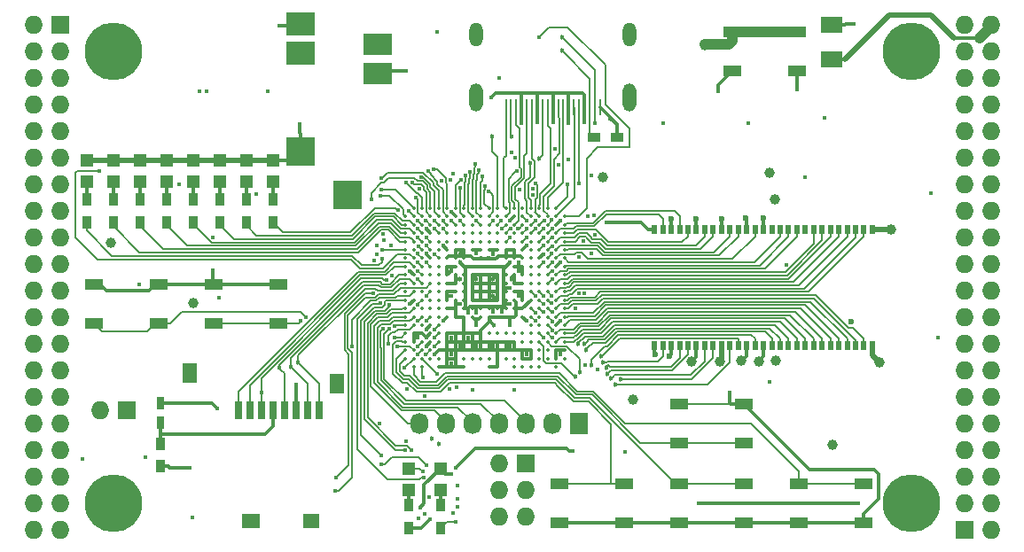
<source format=gtl>
G04 #@! TF.FileFunction,Copper,L1,Top,Signal*
%FSLAX46Y46*%
G04 Gerber Fmt 4.6, Leading zero omitted, Abs format (unit mm)*
G04 Created by KiCad (PCBNEW 4.0.5+dfsg1-4) date Thu May 18 23:50:24 2017*
%MOMM*%
%LPD*%
G01*
G04 APERTURE LIST*
%ADD10C,0.100000*%
%ADD11C,0.350000*%
%ADD12R,2.032000X1.524000*%
%ADD13R,0.700000X1.800000*%
%ADD14R,1.600000X1.400000*%
%ADD15R,1.800000X1.400000*%
%ADD16R,1.400000X1.900000*%
%ADD17R,1.800000X1.100000*%
%ADD18R,1.198880X1.198880*%
%ADD19R,2.800000X2.200000*%
%ADD20R,2.800000X2.800000*%
%ADD21R,2.800000X2.000000*%
%ADD22R,0.560000X0.900000*%
%ADD23O,1.300000X2.700000*%
%ADD24O,1.300000X2.300000*%
%ADD25R,0.250000X1.600000*%
%ADD26R,1.727200X1.727200*%
%ADD27O,1.727200X1.727200*%
%ADD28C,5.500000*%
%ADD29R,1.200000X0.900000*%
%ADD30R,1.727200X2.032000*%
%ADD31O,1.727200X2.032000*%
%ADD32R,0.900000X1.200000*%
%ADD33R,0.750000X1.200000*%
%ADD34C,0.400000*%
%ADD35C,0.600000*%
%ADD36C,1.000000*%
%ADD37C,0.454000*%
%ADD38C,0.300000*%
%ADD39C,0.500000*%
%ADD40C,1.000000*%
%ADD41C,0.190000*%
%ADD42C,0.200000*%
G04 APERTURE END LIST*
D10*
D11*
X131680000Y-80200000D03*
X132480000Y-80200000D03*
X133280000Y-80200000D03*
X134080000Y-80200000D03*
X134880000Y-80200000D03*
X135680000Y-80200000D03*
X136480000Y-80200000D03*
X137280000Y-80200000D03*
X138080000Y-80200000D03*
X138880000Y-80200000D03*
X139680000Y-80200000D03*
X140480000Y-80200000D03*
X141280000Y-80200000D03*
X142080000Y-80200000D03*
X142880000Y-80200000D03*
X143680000Y-80200000D03*
X144480000Y-80200000D03*
X145280000Y-80200000D03*
X130880000Y-81000000D03*
X131680000Y-81000000D03*
X132480000Y-81000000D03*
X133280000Y-81000000D03*
X134080000Y-81000000D03*
X134880000Y-81000000D03*
X135680000Y-81000000D03*
X136480000Y-81000000D03*
X137280000Y-81000000D03*
X138080000Y-81000000D03*
X138880000Y-81000000D03*
X139680000Y-81000000D03*
X140480000Y-81000000D03*
X141280000Y-81000000D03*
X142080000Y-81000000D03*
X142880000Y-81000000D03*
X143680000Y-81000000D03*
X144480000Y-81000000D03*
X145280000Y-81000000D03*
X146080000Y-81000000D03*
X130880000Y-81800000D03*
X131680000Y-81800000D03*
X132480000Y-81800000D03*
X133280000Y-81800000D03*
X134080000Y-81800000D03*
X134880000Y-81800000D03*
X135680000Y-81800000D03*
X136480000Y-81800000D03*
X137280000Y-81800000D03*
X138080000Y-81800000D03*
X138880000Y-81800000D03*
X139680000Y-81800000D03*
X140480000Y-81800000D03*
X141280000Y-81800000D03*
X142080000Y-81800000D03*
X142880000Y-81800000D03*
X143680000Y-81800000D03*
X144480000Y-81800000D03*
X145280000Y-81800000D03*
X146080000Y-81800000D03*
X130880000Y-82600000D03*
X131680000Y-82600000D03*
X132480000Y-82600000D03*
X133280000Y-82600000D03*
X134080000Y-82600000D03*
X134880000Y-82600000D03*
X135680000Y-82600000D03*
X136480000Y-82600000D03*
X137280000Y-82600000D03*
X138080000Y-82600000D03*
X138880000Y-82600000D03*
X139680000Y-82600000D03*
X140480000Y-82600000D03*
X141280000Y-82600000D03*
X142080000Y-82600000D03*
X142880000Y-82600000D03*
X143680000Y-82600000D03*
X144480000Y-82600000D03*
X145280000Y-82600000D03*
X146080000Y-82600000D03*
X130880000Y-83400000D03*
X131680000Y-83400000D03*
X132480000Y-83400000D03*
X133280000Y-83400000D03*
X134080000Y-83400000D03*
X134880000Y-83400000D03*
X135680000Y-83400000D03*
X136480000Y-83400000D03*
X137280000Y-83400000D03*
X138080000Y-83400000D03*
X138880000Y-83400000D03*
X139680000Y-83400000D03*
X140480000Y-83400000D03*
X141280000Y-83400000D03*
X142080000Y-83400000D03*
X142880000Y-83400000D03*
X143680000Y-83400000D03*
X144480000Y-83400000D03*
X145280000Y-83400000D03*
X146080000Y-83400000D03*
X130880000Y-84200000D03*
X131680000Y-84200000D03*
X132480000Y-84200000D03*
X133280000Y-84200000D03*
X134080000Y-84200000D03*
X134880000Y-84200000D03*
X135680000Y-84200000D03*
X136480000Y-84200000D03*
X137280000Y-84200000D03*
X138080000Y-84200000D03*
X138880000Y-84200000D03*
X139680000Y-84200000D03*
X140480000Y-84200000D03*
X141280000Y-84200000D03*
X142080000Y-84200000D03*
X142880000Y-84200000D03*
X143680000Y-84200000D03*
X144480000Y-84200000D03*
X145280000Y-84200000D03*
X146080000Y-84200000D03*
X130880000Y-85000000D03*
X131680000Y-85000000D03*
X132480000Y-85000000D03*
X133280000Y-85000000D03*
X134080000Y-85000000D03*
X134880000Y-85000000D03*
X135680000Y-85000000D03*
X136480000Y-85000000D03*
X137280000Y-85000000D03*
X138080000Y-85000000D03*
X138880000Y-85000000D03*
X139680000Y-85000000D03*
X140480000Y-85000000D03*
X141280000Y-85000000D03*
X142080000Y-85000000D03*
X142880000Y-85000000D03*
X143680000Y-85000000D03*
X144480000Y-85000000D03*
X145280000Y-85000000D03*
X146080000Y-85000000D03*
X130880000Y-85800000D03*
X131680000Y-85800000D03*
X132480000Y-85800000D03*
X133280000Y-85800000D03*
X134080000Y-85800000D03*
X134880000Y-85800000D03*
X135680000Y-85800000D03*
X136480000Y-85800000D03*
X137280000Y-85800000D03*
X138080000Y-85800000D03*
X138880000Y-85800000D03*
X139680000Y-85800000D03*
X140480000Y-85800000D03*
X141280000Y-85800000D03*
X142080000Y-85800000D03*
X142880000Y-85800000D03*
X143680000Y-85800000D03*
X144480000Y-85800000D03*
X145280000Y-85800000D03*
X146080000Y-85800000D03*
X130880000Y-86600000D03*
X131680000Y-86600000D03*
X132480000Y-86600000D03*
X133280000Y-86600000D03*
X134080000Y-86600000D03*
X134880000Y-86600000D03*
X135680000Y-86600000D03*
X136480000Y-86600000D03*
X137280000Y-86600000D03*
X138080000Y-86600000D03*
X138880000Y-86600000D03*
X139680000Y-86600000D03*
X140480000Y-86600000D03*
X141280000Y-86600000D03*
X142080000Y-86600000D03*
X142880000Y-86600000D03*
X143680000Y-86600000D03*
X144480000Y-86600000D03*
X145280000Y-86600000D03*
X146080000Y-86600000D03*
X130880000Y-87400000D03*
X131680000Y-87400000D03*
X132480000Y-87400000D03*
X133280000Y-87400000D03*
X134080000Y-87400000D03*
X134880000Y-87400000D03*
X135680000Y-87400000D03*
X136480000Y-87400000D03*
X137280000Y-87400000D03*
X138080000Y-87400000D03*
X138880000Y-87400000D03*
X139680000Y-87400000D03*
X140480000Y-87400000D03*
X141280000Y-87400000D03*
X142080000Y-87400000D03*
X142880000Y-87400000D03*
X143680000Y-87400000D03*
X144480000Y-87400000D03*
X145280000Y-87400000D03*
X146080000Y-87400000D03*
X130880000Y-88200000D03*
X131680000Y-88200000D03*
X132480000Y-88200000D03*
X133280000Y-88200000D03*
X134080000Y-88200000D03*
X134880000Y-88200000D03*
X135680000Y-88200000D03*
X136480000Y-88200000D03*
X137280000Y-88200000D03*
X138080000Y-88200000D03*
X138880000Y-88200000D03*
X139680000Y-88200000D03*
X140480000Y-88200000D03*
X141280000Y-88200000D03*
X142080000Y-88200000D03*
X142880000Y-88200000D03*
X143680000Y-88200000D03*
X144480000Y-88200000D03*
X145280000Y-88200000D03*
X146080000Y-88200000D03*
X130880000Y-89000000D03*
X131680000Y-89000000D03*
X132480000Y-89000000D03*
X133280000Y-89000000D03*
X134080000Y-89000000D03*
X134880000Y-89000000D03*
X135680000Y-89000000D03*
X136480000Y-89000000D03*
X137280000Y-89000000D03*
X138080000Y-89000000D03*
X138880000Y-89000000D03*
X139680000Y-89000000D03*
X140480000Y-89000000D03*
X141280000Y-89000000D03*
X142080000Y-89000000D03*
X142880000Y-89000000D03*
X143680000Y-89000000D03*
X144480000Y-89000000D03*
X145280000Y-89000000D03*
X146080000Y-89000000D03*
X130880000Y-89800000D03*
X131680000Y-89800000D03*
X132480000Y-89800000D03*
X133280000Y-89800000D03*
X134080000Y-89800000D03*
X134880000Y-89800000D03*
X135680000Y-89800000D03*
X136480000Y-89800000D03*
X137280000Y-89800000D03*
X138080000Y-89800000D03*
X138880000Y-89800000D03*
X139680000Y-89800000D03*
X140480000Y-89800000D03*
X141280000Y-89800000D03*
X142080000Y-89800000D03*
X142880000Y-89800000D03*
X143680000Y-89800000D03*
X144480000Y-89800000D03*
X145280000Y-89800000D03*
X146080000Y-89800000D03*
X130880000Y-90600000D03*
X131680000Y-90600000D03*
X132480000Y-90600000D03*
X133280000Y-90600000D03*
X134080000Y-90600000D03*
X134880000Y-90600000D03*
X135680000Y-90600000D03*
X136480000Y-90600000D03*
X137280000Y-90600000D03*
X138080000Y-90600000D03*
X138880000Y-90600000D03*
X139680000Y-90600000D03*
X140480000Y-90600000D03*
X141280000Y-90600000D03*
X142080000Y-90600000D03*
X142880000Y-90600000D03*
X143680000Y-90600000D03*
X144480000Y-90600000D03*
X145280000Y-90600000D03*
X146080000Y-90600000D03*
X130880000Y-91400000D03*
X131680000Y-91400000D03*
X132480000Y-91400000D03*
X133280000Y-91400000D03*
X134080000Y-91400000D03*
X142880000Y-91400000D03*
X143680000Y-91400000D03*
X144480000Y-91400000D03*
X145280000Y-91400000D03*
X146080000Y-91400000D03*
X130880000Y-92200000D03*
X131680000Y-92200000D03*
X132480000Y-92200000D03*
X133280000Y-92200000D03*
X134080000Y-92200000D03*
X134880000Y-92200000D03*
X135680000Y-92200000D03*
X136480000Y-92200000D03*
X137280000Y-92200000D03*
X138080000Y-92200000D03*
X138880000Y-92200000D03*
X139680000Y-92200000D03*
X140480000Y-92200000D03*
X141280000Y-92200000D03*
X142080000Y-92200000D03*
X142880000Y-92200000D03*
X143680000Y-92200000D03*
X144480000Y-92200000D03*
X145280000Y-92200000D03*
X146080000Y-92200000D03*
X130880000Y-93000000D03*
X131680000Y-93000000D03*
X132480000Y-93000000D03*
X133280000Y-93000000D03*
X134080000Y-93000000D03*
X134880000Y-93000000D03*
X135680000Y-93000000D03*
X136480000Y-93000000D03*
X137280000Y-93000000D03*
X138080000Y-93000000D03*
X138880000Y-93000000D03*
X139680000Y-93000000D03*
X140480000Y-93000000D03*
X141280000Y-93000000D03*
X142080000Y-93000000D03*
X142880000Y-93000000D03*
X143680000Y-93000000D03*
X144480000Y-93000000D03*
X145280000Y-93000000D03*
X146080000Y-93000000D03*
X130880000Y-93800000D03*
X131680000Y-93800000D03*
X132480000Y-93800000D03*
X133280000Y-93800000D03*
X134080000Y-93800000D03*
X134880000Y-93800000D03*
X135680000Y-93800000D03*
X136480000Y-93800000D03*
X137280000Y-93800000D03*
X138080000Y-93800000D03*
X138880000Y-93800000D03*
X139680000Y-93800000D03*
X140480000Y-93800000D03*
X141280000Y-93800000D03*
X142080000Y-93800000D03*
X142880000Y-93800000D03*
X143680000Y-93800000D03*
X144480000Y-93800000D03*
X145280000Y-93800000D03*
X146080000Y-93800000D03*
X130880000Y-94600000D03*
X131680000Y-94600000D03*
X132480000Y-94600000D03*
X133280000Y-94600000D03*
X134080000Y-94600000D03*
X134880000Y-94600000D03*
X135680000Y-94600000D03*
X136480000Y-94600000D03*
X137280000Y-94600000D03*
X138080000Y-94600000D03*
X138880000Y-94600000D03*
X139680000Y-94600000D03*
X140480000Y-94600000D03*
X141280000Y-94600000D03*
X142080000Y-94600000D03*
X142880000Y-94600000D03*
X143680000Y-94600000D03*
X144480000Y-94600000D03*
X145280000Y-94600000D03*
X146080000Y-94600000D03*
X131680000Y-95400000D03*
X132480000Y-95400000D03*
X134080000Y-95400000D03*
X134880000Y-95400000D03*
X135680000Y-95400000D03*
X136480000Y-95400000D03*
X138880000Y-95400000D03*
X139680000Y-95400000D03*
X141280000Y-95400000D03*
X142080000Y-95400000D03*
X142880000Y-95400000D03*
X143680000Y-95400000D03*
X145280000Y-95400000D03*
D12*
X171570000Y-65992000D03*
X171570000Y-62690000D03*
D13*
X114930000Y-99520000D03*
X116030000Y-99520000D03*
X117130000Y-99520000D03*
X118230000Y-99520000D03*
X119330000Y-99520000D03*
X120430000Y-99520000D03*
X121530000Y-99520000D03*
X122630000Y-99520000D03*
D14*
X121920000Y-110120000D03*
D15*
X116120000Y-110120000D03*
D16*
X124320000Y-96970000D03*
X110270000Y-95970000D03*
D17*
X101160000Y-87510000D03*
X107360000Y-87510000D03*
X101160000Y-91210000D03*
X107360000Y-91210000D03*
X112590000Y-87510000D03*
X118790000Y-87510000D03*
X112590000Y-91210000D03*
X118790000Y-91210000D03*
X157040000Y-98940000D03*
X163240000Y-98940000D03*
X157040000Y-102640000D03*
X163240000Y-102640000D03*
X163240000Y-110260000D03*
X157040000Y-110260000D03*
X163240000Y-106560000D03*
X157040000Y-106560000D03*
X151810000Y-110260000D03*
X145610000Y-110260000D03*
X151810000Y-106560000D03*
X145610000Y-106560000D03*
X174670000Y-110260000D03*
X168470000Y-110260000D03*
X174670000Y-106560000D03*
X168470000Y-106560000D03*
D18*
X118230000Y-77709020D03*
X118230000Y-75610980D03*
X115690000Y-77709020D03*
X115690000Y-75610980D03*
X113150000Y-77709020D03*
X113150000Y-75610980D03*
X110610000Y-77709020D03*
X110610000Y-75610980D03*
X108070000Y-77709020D03*
X108070000Y-75610980D03*
X105530000Y-77709020D03*
X105530000Y-75610980D03*
X102990000Y-77709020D03*
X102990000Y-75610980D03*
X100450000Y-77709020D03*
X100450000Y-75610980D03*
D19*
X120880000Y-62640000D03*
X120880000Y-65440000D03*
D20*
X120880000Y-74840000D03*
X125330000Y-78940000D03*
D21*
X128280000Y-67340000D03*
X128280000Y-64540000D03*
D22*
X175480000Y-82270000D03*
X154680000Y-93330000D03*
X155480000Y-93330000D03*
X156280000Y-93330000D03*
X157080000Y-93330000D03*
X157880000Y-93330000D03*
X158680000Y-93330000D03*
X159480000Y-93330000D03*
X160280000Y-93330000D03*
X161080000Y-93330000D03*
X161880000Y-93330000D03*
X162680000Y-93330000D03*
X163480000Y-93330000D03*
X164280000Y-93330000D03*
X165080000Y-93330000D03*
X165880000Y-93330000D03*
X166680000Y-93330000D03*
X167480000Y-93330000D03*
X168280000Y-93330000D03*
X169080000Y-93330000D03*
X169880000Y-93330000D03*
X170680000Y-93330000D03*
X171480000Y-93330000D03*
X172280000Y-93330000D03*
X173080000Y-93330000D03*
X173880000Y-93330000D03*
X174680000Y-93330000D03*
X175480000Y-93330000D03*
X174680000Y-82270000D03*
X173880000Y-82270000D03*
X173080000Y-82270000D03*
X172280000Y-82270000D03*
X171480000Y-82270000D03*
X170680000Y-82270000D03*
X169880000Y-82270000D03*
X169080000Y-82270000D03*
X168280000Y-82270000D03*
X167480000Y-82270000D03*
X166680000Y-82270000D03*
X165880000Y-82270000D03*
X165080000Y-82270000D03*
X164280000Y-82270000D03*
X163480000Y-82270000D03*
X162680000Y-82270000D03*
X161880000Y-82270000D03*
X161080000Y-82270000D03*
X160280000Y-82270000D03*
X159480000Y-82270000D03*
X158680000Y-82270000D03*
X157880000Y-82270000D03*
X157080000Y-82270000D03*
X156280000Y-82270000D03*
X155480000Y-82270000D03*
X154680000Y-82270000D03*
D23*
X152280000Y-69650000D03*
X137680000Y-69650000D03*
D24*
X137680000Y-63600000D03*
D25*
X140480000Y-70600000D03*
X140980000Y-70600000D03*
X141480000Y-70600000D03*
X141980000Y-70600000D03*
X142480000Y-70600000D03*
X142980000Y-70600000D03*
X143480000Y-70600000D03*
X143980000Y-70600000D03*
X144480000Y-70600000D03*
X144980000Y-70600000D03*
X145480000Y-70600000D03*
X145980000Y-70600000D03*
X146480000Y-70600000D03*
X146980000Y-70600000D03*
X147480000Y-70600000D03*
X147980000Y-70600000D03*
X148480000Y-70600000D03*
X148980000Y-70600000D03*
X149480000Y-70600000D03*
D24*
X152280000Y-63600000D03*
D26*
X97910000Y-62690000D03*
D27*
X95370000Y-62690000D03*
X97910000Y-65230000D03*
X95370000Y-65230000D03*
X97910000Y-67770000D03*
X95370000Y-67770000D03*
X97910000Y-70310000D03*
X95370000Y-70310000D03*
X97910000Y-72850000D03*
X95370000Y-72850000D03*
X97910000Y-75390000D03*
X95370000Y-75390000D03*
X97910000Y-77930000D03*
X95370000Y-77930000D03*
X97910000Y-80470000D03*
X95370000Y-80470000D03*
X97910000Y-83010000D03*
X95370000Y-83010000D03*
X97910000Y-85550000D03*
X95370000Y-85550000D03*
X97910000Y-88090000D03*
X95370000Y-88090000D03*
X97910000Y-90630000D03*
X95370000Y-90630000D03*
X97910000Y-93170000D03*
X95370000Y-93170000D03*
X97910000Y-95710000D03*
X95370000Y-95710000D03*
X97910000Y-98250000D03*
X95370000Y-98250000D03*
X97910000Y-100790000D03*
X95370000Y-100790000D03*
X97910000Y-103330000D03*
X95370000Y-103330000D03*
X97910000Y-105870000D03*
X95370000Y-105870000D03*
X97910000Y-108410000D03*
X95370000Y-108410000D03*
X97910000Y-110950000D03*
X95370000Y-110950000D03*
D26*
X184270000Y-110950000D03*
D27*
X186810000Y-110950000D03*
X184270000Y-108410000D03*
X186810000Y-108410000D03*
X184270000Y-105870000D03*
X186810000Y-105870000D03*
X184270000Y-103330000D03*
X186810000Y-103330000D03*
X184270000Y-100790000D03*
X186810000Y-100790000D03*
X184270000Y-98250000D03*
X186810000Y-98250000D03*
X184270000Y-95710000D03*
X186810000Y-95710000D03*
X184270000Y-93170000D03*
X186810000Y-93170000D03*
X184270000Y-90630000D03*
X186810000Y-90630000D03*
X184270000Y-88090000D03*
X186810000Y-88090000D03*
X184270000Y-85550000D03*
X186810000Y-85550000D03*
X184270000Y-83010000D03*
X186810000Y-83010000D03*
X184270000Y-80470000D03*
X186810000Y-80470000D03*
X184270000Y-77930000D03*
X186810000Y-77930000D03*
X184270000Y-75390000D03*
X186810000Y-75390000D03*
X184270000Y-72850000D03*
X186810000Y-72850000D03*
X184270000Y-70310000D03*
X186810000Y-70310000D03*
X184270000Y-67770000D03*
X186810000Y-67770000D03*
X184270000Y-65230000D03*
X186810000Y-65230000D03*
X184270000Y-62690000D03*
X186810000Y-62690000D03*
D28*
X102990000Y-108410000D03*
X179190000Y-108410000D03*
X179190000Y-65230000D03*
X102990000Y-65230000D03*
D17*
X168320000Y-67080000D03*
X162120000Y-67080000D03*
X168320000Y-63380000D03*
X162120000Y-63380000D03*
D29*
X151080000Y-73485000D03*
X148880000Y-73485000D03*
D26*
X104260000Y-99520000D03*
D27*
X101720000Y-99520000D03*
D30*
X147440000Y-100790000D03*
D31*
X144900000Y-100790000D03*
X142360000Y-100790000D03*
X139820000Y-100790000D03*
X137280000Y-100790000D03*
X134740000Y-100790000D03*
X132200000Y-100790000D03*
D18*
X131184000Y-105074980D03*
X131184000Y-107173020D03*
X134232000Y-107173020D03*
X134232000Y-105074980D03*
D32*
X131184000Y-108580000D03*
X131184000Y-110780000D03*
X134232000Y-110780000D03*
X134232000Y-108580000D03*
D33*
X107480000Y-100750000D03*
X107480000Y-98850000D03*
D32*
X107480000Y-102700000D03*
X107480000Y-104900000D03*
D26*
X142360000Y-104600000D03*
D27*
X139820000Y-104600000D03*
X142360000Y-107140000D03*
X139820000Y-107140000D03*
X142360000Y-109680000D03*
X139820000Y-109680000D03*
D32*
X118230000Y-81570000D03*
X118230000Y-79370000D03*
X115690000Y-81570000D03*
X115690000Y-79370000D03*
X113150000Y-81570000D03*
X113150000Y-79370000D03*
X110610000Y-81570000D03*
X110610000Y-79370000D03*
X108070000Y-81570000D03*
X108070000Y-79370000D03*
X105530000Y-81570000D03*
X105530000Y-79370000D03*
X102990000Y-81570000D03*
X102990000Y-79370000D03*
X100450000Y-81570000D03*
X100450000Y-79370000D03*
D34*
X120770000Y-72215000D03*
X133216000Y-109934000D03*
D35*
X161067993Y-81216119D03*
X165056614Y-81112829D03*
D36*
X177293185Y-82218075D03*
X158233687Y-94852616D03*
X162992748Y-94820185D03*
D34*
X147987361Y-72048054D03*
X146472205Y-72119437D03*
X144995724Y-72043543D03*
X143485784Y-72030166D03*
X141993027Y-72056172D03*
D35*
X156280000Y-81210838D03*
D34*
X167276175Y-85638646D03*
X112935911Y-99344089D03*
X131254529Y-86251357D03*
D36*
X159480000Y-64600000D03*
D34*
X140880000Y-81400000D03*
X136085174Y-89394826D03*
X145680000Y-91000000D03*
X135280000Y-80600000D03*
X145680000Y-81400000D03*
X139080000Y-69600000D03*
X120430000Y-97050000D03*
X150080000Y-81600000D03*
X131280000Y-89400000D03*
X133690245Y-94180159D03*
D37*
X139312644Y-91359700D03*
D34*
X140874194Y-91433353D03*
X145680000Y-85422010D03*
X132880424Y-84565132D03*
X144080000Y-84600000D03*
X145680000Y-94200000D03*
X135280000Y-95000000D03*
X135280000Y-94200000D03*
X142480000Y-94200000D03*
X140880000Y-93400000D03*
X139280000Y-93400000D03*
X137680000Y-93400000D03*
X136080000Y-93400000D03*
X136880000Y-92600000D03*
X135280000Y-92600000D03*
X132880000Y-91800000D03*
X132880000Y-93400000D03*
X132880000Y-82200000D03*
D37*
X141042859Y-86994997D03*
X139280000Y-87000000D03*
X136110990Y-86995403D03*
X139280000Y-88600000D03*
X137680000Y-87000000D03*
X136080000Y-84600000D03*
D34*
X133157010Y-107839890D03*
D36*
X166193920Y-79388894D03*
X165656988Y-76826063D03*
X102731849Y-83486234D03*
X171691460Y-102804953D03*
D34*
X150457224Y-71672365D03*
X173680000Y-62600000D03*
D36*
X166280000Y-94800000D03*
D34*
X116638639Y-78850286D03*
X109315000Y-77930000D03*
D35*
X163422030Y-81120665D03*
X173423383Y-91076878D03*
D36*
X176134461Y-94945539D03*
D35*
X154726292Y-94171363D03*
X156077107Y-94380779D03*
D36*
X160908408Y-94850523D03*
D35*
X158680000Y-81210838D03*
D34*
X170935000Y-71580000D03*
X181730000Y-92550000D03*
X112515000Y-83010000D03*
X165680000Y-96800000D03*
X133880000Y-63400000D03*
X148639876Y-77124934D03*
X181065000Y-78785000D03*
X128441330Y-100795881D03*
X110529662Y-109760338D03*
X110280000Y-105000000D03*
X100080000Y-104200000D03*
X113080000Y-88800000D03*
X139820000Y-67770000D03*
D36*
X164653770Y-94825547D03*
X149710735Y-77289735D03*
D34*
X137665894Y-91402446D03*
X135273306Y-88618602D03*
X139272517Y-84611349D03*
X137680556Y-84534085D03*
X141680000Y-86200000D03*
X135280000Y-86200000D03*
X132880000Y-92600000D03*
X132080000Y-92600000D03*
X141680000Y-88600000D03*
X141680000Y-85400000D03*
D36*
X152621047Y-98519969D03*
D34*
X136885174Y-90194826D03*
X140094890Y-90122990D03*
X139280000Y-90122990D03*
X140880000Y-89400000D03*
X137680000Y-90172990D03*
X140880000Y-87800000D03*
X140880000Y-85400000D03*
D37*
X136080000Y-85400000D03*
D34*
X129842442Y-91487871D03*
X121408624Y-90632457D03*
X129838418Y-92539772D03*
X120880000Y-91000000D03*
D36*
X110617371Y-89287199D03*
D34*
X142480000Y-91000000D03*
X142480000Y-83800000D03*
X134480000Y-83800000D03*
X134480000Y-91000000D03*
X105462439Y-87482966D03*
X155480000Y-72078965D03*
X117749531Y-69040000D03*
X174110000Y-108410000D03*
X158870000Y-108410000D03*
X135884156Y-106696010D03*
X137288700Y-97538741D03*
X133680000Y-91800000D03*
D37*
X134074414Y-102752225D03*
D34*
X135085458Y-97531790D03*
X135855186Y-108022639D03*
D37*
X133449289Y-102232615D03*
D34*
X133680000Y-92600000D03*
X132752670Y-98178920D03*
X128610113Y-104714568D03*
X132918584Y-104800000D03*
X135853254Y-108792386D03*
X133685668Y-93402482D03*
X130914528Y-102469652D03*
X131039363Y-97487286D03*
X135471949Y-109365878D03*
X132846234Y-94197073D03*
X118810854Y-62760893D03*
X130927442Y-67119621D03*
D37*
X145851858Y-65189228D03*
D34*
X148991194Y-72093683D03*
D37*
X145873729Y-63920849D03*
D34*
X143680000Y-63900000D03*
X140035989Y-81400000D03*
X129095296Y-87048250D03*
X132077895Y-86214963D03*
X117121665Y-97817265D03*
X118843798Y-95498222D03*
D37*
X119978162Y-95412951D03*
X120634035Y-94977604D03*
D34*
X168319170Y-68882010D03*
X160775000Y-69040000D03*
X147480000Y-77822010D03*
X146387166Y-77918991D03*
X131453853Y-103296209D03*
D37*
X148653935Y-95239949D03*
D34*
X144885216Y-91021238D03*
D37*
X149619858Y-94378867D03*
D34*
X144885689Y-90132858D03*
D37*
X150895161Y-97104924D03*
D34*
X144890381Y-83866022D03*
D37*
X151426924Y-96584651D03*
D34*
X144894101Y-83022010D03*
D37*
X150518912Y-96497510D03*
D34*
X144901285Y-86268736D03*
D37*
X150197861Y-96013257D03*
D34*
X144888562Y-86993817D03*
D37*
X150072035Y-95446034D03*
D34*
X144877648Y-88622010D03*
D37*
X149779241Y-94944191D03*
D34*
X144869421Y-89288847D03*
D37*
X148110244Y-93760618D03*
D34*
X144882782Y-91877646D03*
D37*
X147402091Y-93209005D03*
D34*
X144080000Y-92600000D03*
D37*
X147982902Y-93193733D03*
D34*
X144882352Y-92577990D03*
X130807074Y-95454141D03*
X130124012Y-93413277D03*
X132080000Y-93400000D03*
X129279152Y-93216670D03*
X133919980Y-96038729D03*
X141280000Y-97600000D03*
X132572818Y-96383863D03*
X135770000Y-97338127D03*
X132080000Y-94200000D03*
X128645750Y-84222251D03*
X106080000Y-104000000D03*
X129334585Y-89482640D03*
X132080000Y-89444020D03*
X130839486Y-103354982D03*
X128602801Y-103872537D03*
X132656192Y-105976192D03*
X128490573Y-89279880D03*
X132880000Y-88600000D03*
X127816438Y-88312067D03*
X124253981Y-105982535D03*
X132080000Y-87000000D03*
X125827283Y-93452662D03*
X124202418Y-107207639D03*
D37*
X139185419Y-73378045D03*
X141029139Y-73391006D03*
X143625670Y-75521246D03*
X142775852Y-75939146D03*
D34*
X132150284Y-109889120D03*
X111880000Y-69040000D03*
X132748035Y-109420684D03*
X111230000Y-69025000D03*
X135158117Y-77502884D03*
X135274882Y-81390604D03*
X134546021Y-81390604D03*
X133091535Y-76687359D03*
X133595078Y-76531839D03*
X128595255Y-77377807D03*
X127643658Y-79355564D03*
X128515897Y-78994176D03*
X128569727Y-78469921D03*
X131565025Y-77790995D03*
X132210454Y-78375833D03*
X132857990Y-81390526D03*
X128759841Y-82710093D03*
X132084821Y-82977990D03*
X128861437Y-83258636D03*
X132886504Y-83777990D03*
X129500613Y-83777990D03*
X132117443Y-83866021D03*
X128148484Y-83767060D03*
X132079996Y-84503337D03*
X128123478Y-84637835D03*
X133671942Y-84595200D03*
X127946860Y-85226552D03*
X132875802Y-85421990D03*
D37*
X147140083Y-96339917D03*
X147534467Y-95913260D03*
D34*
X148074116Y-95229326D03*
X143280000Y-91000000D03*
X149207706Y-95605291D03*
X144082424Y-90132858D03*
X147125926Y-89802879D03*
X144035793Y-89397606D03*
X143281824Y-90201951D03*
X144080517Y-85397219D03*
X147422472Y-84858593D03*
X144886544Y-85385186D03*
X148975652Y-82755341D03*
X144080000Y-83000000D03*
X144885092Y-82177990D03*
X147470668Y-88324835D03*
X144082832Y-88584510D03*
X147997681Y-88324844D03*
X143278026Y-88595030D03*
X148935852Y-80899014D03*
X144076901Y-82186448D03*
X148337768Y-80975785D03*
X144866392Y-81333979D03*
X139280000Y-81400000D03*
X138857381Y-78600803D03*
X138474753Y-78117762D03*
X138223359Y-77164182D03*
X137589337Y-75974186D03*
X137906348Y-76577236D03*
X137680000Y-81400000D03*
X137023753Y-76742518D03*
X136645199Y-77109176D03*
X136170384Y-77530992D03*
X136102010Y-78268593D03*
X135473781Y-76949230D03*
X136080000Y-81400000D03*
X148668800Y-84550385D03*
X144877691Y-84532933D03*
X147894174Y-83335809D03*
X144080000Y-83800000D03*
X143020312Y-78979262D03*
X142473549Y-82998913D03*
X143087229Y-78375187D03*
X142457990Y-82191394D03*
X145494012Y-76055333D03*
X144146021Y-81374784D03*
X143323210Y-77837480D03*
X146456648Y-75528334D03*
X143302010Y-82194992D03*
X143302010Y-81381735D03*
X145172870Y-74577299D03*
X141820108Y-78446944D03*
X141657990Y-82130345D03*
X142457990Y-81382236D03*
X140080000Y-82200000D03*
X141499915Y-76647924D03*
X141046643Y-74873804D03*
X140864029Y-83041403D03*
X140924011Y-82179283D03*
X141329877Y-75415642D03*
X129599528Y-86644074D03*
X132880000Y-83000000D03*
X132080000Y-82177990D03*
X132080000Y-81400000D03*
X131880000Y-79200000D03*
X130919839Y-77742623D03*
X132397609Y-77214811D03*
X133680000Y-82200000D03*
X133702010Y-81400000D03*
X129306502Y-91735782D03*
X132880000Y-91000000D03*
X128743234Y-91729555D03*
X132077648Y-90977990D03*
X130173445Y-80398223D03*
X131180000Y-80500000D03*
X128664038Y-85066262D03*
X132079620Y-85370951D03*
X163632576Y-72096470D03*
X134314106Y-77564232D03*
X134480000Y-82200000D03*
X135680000Y-110200000D03*
X146844288Y-103452739D03*
X132540000Y-105400000D03*
X135680000Y-105037990D03*
X132280000Y-108800000D03*
X135248000Y-105616000D03*
X101631196Y-76659251D03*
X112515000Y-86185000D03*
X161880000Y-97800000D03*
X151896383Y-103510715D03*
X169030000Y-77295000D03*
D38*
X120770000Y-73030000D02*
X120770000Y-72215000D01*
X120880000Y-74840000D02*
X120880000Y-73140000D01*
X120880000Y-73140000D02*
X120770000Y-73030000D01*
X118230000Y-75610980D02*
X120109020Y-75610980D01*
X120109020Y-75610980D02*
X120880000Y-74840000D01*
X131184000Y-110780000D02*
X132368460Y-110780000D01*
X132368460Y-110780000D02*
X133214460Y-109934000D01*
X133214460Y-109934000D02*
X133216000Y-109934000D01*
X142280000Y-69200000D02*
X141880000Y-69200000D01*
X141980000Y-69300000D02*
X141880000Y-69200000D01*
X141880000Y-69200000D02*
X139480000Y-69200000D01*
X141980000Y-70600000D02*
X141980000Y-69300000D01*
X161080000Y-81228126D02*
X161067993Y-81216119D01*
X161080000Y-82270000D02*
X161080000Y-81228126D01*
X165080000Y-81136215D02*
X165056614Y-81112829D01*
X165080000Y-82270000D02*
X165080000Y-81136215D01*
X177241260Y-82270000D02*
X177293185Y-82218075D01*
D39*
X175480000Y-82270000D02*
X177241260Y-82270000D01*
D38*
X158680000Y-94406303D02*
X158433686Y-94652617D01*
X158433686Y-94652617D02*
X158233687Y-94852616D01*
X158680000Y-93330000D02*
X158680000Y-94406303D01*
X163192747Y-94620186D02*
X162992748Y-94820185D01*
X163480000Y-94332933D02*
X163192747Y-94620186D01*
X163480000Y-93330000D02*
X163480000Y-94332933D01*
X147980000Y-72040693D02*
X147987361Y-72048054D01*
X147980000Y-70600000D02*
X147980000Y-72040693D01*
X146480000Y-72111642D02*
X146472205Y-72119437D01*
X146480000Y-70600000D02*
X146480000Y-72111642D01*
X144980000Y-72027819D02*
X144995724Y-72043543D01*
X144980000Y-70600000D02*
X144980000Y-72027819D01*
X143480000Y-72024382D02*
X143485784Y-72030166D01*
X143480000Y-70600000D02*
X143480000Y-72024382D01*
X141980000Y-72043145D02*
X141993027Y-72056172D01*
X141980000Y-70600000D02*
X141980000Y-72043145D01*
X156280000Y-82270000D02*
X156280000Y-81210838D01*
X112735912Y-99144090D02*
X112935911Y-99344089D01*
X107480000Y-98850000D02*
X112441822Y-98850000D01*
X112441822Y-98850000D02*
X112735912Y-99144090D01*
X131331357Y-86251357D02*
X131254529Y-86251357D01*
X131680000Y-86600000D02*
X131331357Y-86251357D01*
D40*
X168320000Y-63380000D02*
X162120000Y-63380000D01*
X162120000Y-63380000D02*
X162120000Y-64230000D01*
X162120000Y-64230000D02*
X161755000Y-64595000D01*
X161755000Y-64595000D02*
X159485000Y-64595000D01*
D38*
X159485000Y-64595000D02*
X159480000Y-64600000D01*
X141280000Y-81000000D02*
X140880000Y-81400000D01*
X135685174Y-89394826D02*
X135802332Y-89394826D01*
X135680000Y-89400000D02*
X135685174Y-89394826D01*
X135802332Y-89394826D02*
X136085174Y-89394826D01*
X145454999Y-91225001D02*
X145680000Y-91000000D01*
X145280000Y-91400000D02*
X145454999Y-91225001D01*
X135680000Y-81000000D02*
X135280000Y-80600000D01*
X135054999Y-84825001D02*
X137080000Y-84825001D01*
X137280000Y-85000000D02*
X137105001Y-84825001D01*
X137105001Y-84825001D02*
X137080000Y-84825001D01*
X138280000Y-85088351D02*
X137368351Y-85088351D01*
X137368351Y-85088351D02*
X137280000Y-85000000D01*
X139680000Y-86600000D02*
X139280000Y-87000000D01*
X139680000Y-88200000D02*
X139680000Y-89000000D01*
X139680000Y-87400000D02*
X139680000Y-88200000D01*
X139680000Y-86600000D02*
X139680000Y-87400000D01*
X137280000Y-88200000D02*
X137280000Y-89000000D01*
X137280000Y-87400000D02*
X137280000Y-88200000D01*
X137280000Y-86600000D02*
X137280000Y-87400000D01*
X138880000Y-87400000D02*
X138880000Y-88200000D01*
X138880000Y-86600000D02*
X138880000Y-87400000D01*
X138080000Y-87400000D02*
X138080000Y-86600000D01*
X138080000Y-88200000D02*
X138080000Y-87400000D01*
X138080000Y-89000000D02*
X138080000Y-88200000D01*
X138080000Y-88200000D02*
X138880000Y-88200000D01*
X138080000Y-87400000D02*
X138880000Y-87400000D01*
X137280000Y-87400000D02*
X138080000Y-87400000D01*
X145454999Y-81625001D02*
X145680000Y-81400000D01*
X145280000Y-81800000D02*
X145454999Y-81625001D01*
X139480000Y-69200000D02*
X139080000Y-69600000D01*
X120430000Y-99520000D02*
X120430000Y-97050000D01*
X153430000Y-81600000D02*
X150080000Y-81600000D01*
X154680000Y-82270000D02*
X154100000Y-82270000D01*
X154100000Y-82270000D02*
X153430000Y-81600000D01*
X141480000Y-89800000D02*
X141480000Y-89200000D01*
X141480000Y-89200000D02*
X141280000Y-89000000D01*
X141280000Y-89800000D02*
X141480000Y-89800000D01*
X141480000Y-89800000D02*
X142080000Y-89800000D01*
X141454999Y-90425001D02*
X141454999Y-89825001D01*
X141454999Y-89825001D02*
X141480000Y-89800000D01*
X131680000Y-89000000D02*
X131280000Y-89400000D01*
X133699841Y-94180159D02*
X133690245Y-94180159D01*
X134080000Y-93800000D02*
X133699841Y-94180159D01*
X139085645Y-91132701D02*
X139312644Y-91359700D01*
X138880000Y-90927056D02*
X139085645Y-91132701D01*
X138880000Y-90600000D02*
X138880000Y-90927056D01*
X140874194Y-90605806D02*
X140874194Y-91150511D01*
X140880000Y-90600000D02*
X140874194Y-90605806D01*
X140874194Y-91150511D02*
X140874194Y-91433353D01*
X140480000Y-90600000D02*
X140880000Y-90600000D01*
X140880000Y-90600000D02*
X141280000Y-90600000D01*
X139680000Y-90600000D02*
X140480000Y-90600000D01*
X138880000Y-90600000D02*
X139680000Y-90600000D01*
X145280000Y-85800000D02*
X145657990Y-85422010D01*
X145657990Y-85422010D02*
X145680000Y-85422010D01*
X133280000Y-85000000D02*
X132880424Y-84600424D01*
X132880424Y-84600424D02*
X132880424Y-84565132D01*
X141280000Y-85000000D02*
X141280000Y-84800000D01*
X141280000Y-84200000D02*
X141280000Y-85000000D01*
X140480000Y-84200000D02*
X141280000Y-84200000D01*
X141280000Y-84800000D02*
X141280000Y-84200000D01*
X141905001Y-84825001D02*
X141305001Y-84825001D01*
X141305001Y-84825001D02*
X141280000Y-84800000D01*
X140480000Y-85000000D02*
X140480000Y-84200000D01*
X139680000Y-85000000D02*
X139680000Y-84898347D01*
X139680000Y-84898347D02*
X139753346Y-84825001D01*
X138280000Y-85088351D02*
X138680000Y-85088351D01*
X138280000Y-85088351D02*
X139489996Y-85088351D01*
X138080000Y-85000000D02*
X138191649Y-85000000D01*
X138191649Y-85000000D02*
X138280000Y-85088351D01*
X138880000Y-85000000D02*
X138768351Y-85000000D01*
X138768351Y-85000000D02*
X138680000Y-85088351D01*
X135680000Y-84200000D02*
X135680000Y-84800000D01*
X135680000Y-84800000D02*
X135680000Y-85000000D01*
X135054999Y-84825001D02*
X135654999Y-84825001D01*
X135654999Y-84825001D02*
X135680000Y-84800000D01*
X136480000Y-85000000D02*
X136480000Y-84200000D01*
X134880000Y-85000000D02*
X135054999Y-84825001D01*
X138880000Y-87400000D02*
X139680000Y-87400000D01*
X138880000Y-88200000D02*
X138880000Y-89000000D01*
X138880000Y-88200000D02*
X139680000Y-88200000D01*
X137280000Y-88200000D02*
X138080000Y-88200000D01*
X141280000Y-90600000D02*
X141454999Y-90425001D01*
X142280000Y-69200000D02*
X143480000Y-69200000D01*
X143480000Y-69200000D02*
X144980000Y-69200000D01*
X143480000Y-70600000D02*
X143480000Y-69200000D01*
X144980000Y-69200000D02*
X146480000Y-69200000D01*
X144980000Y-70600000D02*
X144980000Y-69200000D01*
X146480000Y-69200000D02*
X147780000Y-69200000D01*
X146480000Y-70600000D02*
X146480000Y-69200000D01*
X147980000Y-69400000D02*
X147980000Y-70600000D01*
X147780000Y-69200000D02*
X147980000Y-69400000D01*
D39*
X115690000Y-75610980D02*
X118230000Y-75610980D01*
X113150000Y-75610980D02*
X115690000Y-75610980D01*
X110610000Y-75610980D02*
X113150000Y-75610980D01*
X108070000Y-75610980D02*
X110610000Y-75610980D01*
X105530000Y-75610980D02*
X108070000Y-75610980D01*
X102990000Y-75610980D02*
X105530000Y-75610980D01*
X100450000Y-75610980D02*
X102990000Y-75610980D01*
D38*
X143680000Y-85000000D02*
X144080000Y-84600000D01*
X142080000Y-89800000D02*
X142880000Y-89000000D01*
X145680000Y-93800000D02*
X145280000Y-93800000D01*
X146080000Y-93800000D02*
X145680000Y-93800000D01*
X145680000Y-93800000D02*
X145680000Y-94200000D01*
X135680000Y-89400000D02*
X135680000Y-89800000D01*
X135680000Y-89000000D02*
X135680000Y-89400000D01*
X135280000Y-95400000D02*
X135680000Y-95400000D01*
X134880000Y-95400000D02*
X135280000Y-95400000D01*
X135280000Y-95400000D02*
X135280000Y-95000000D01*
X135280000Y-93800000D02*
X135680000Y-93800000D01*
X134880000Y-93800000D02*
X135280000Y-93800000D01*
X135280000Y-93800000D02*
X135280000Y-94200000D01*
X142480000Y-93800000D02*
X142080000Y-93800000D01*
X142880000Y-93800000D02*
X142480000Y-93800000D01*
X142480000Y-93800000D02*
X142480000Y-94200000D01*
X140880000Y-93000000D02*
X141280000Y-93000000D01*
X140480000Y-93000000D02*
X140880000Y-93000000D01*
X140880000Y-93000000D02*
X140880000Y-93400000D01*
X139280000Y-93000000D02*
X138880000Y-93000000D01*
X139680000Y-93000000D02*
X139280000Y-93000000D01*
X139280000Y-93000000D02*
X139280000Y-93400000D01*
X137680000Y-93000000D02*
X137280000Y-93000000D01*
X137680000Y-93000000D02*
X137680000Y-93400000D01*
X138080000Y-93000000D02*
X137680000Y-93000000D01*
X136080000Y-93000000D02*
X135680000Y-93000000D01*
X136480000Y-93000000D02*
X136080000Y-93000000D01*
X136080000Y-93000000D02*
X136080000Y-93400000D01*
X136880000Y-93000000D02*
X136480000Y-93000000D01*
X137280000Y-93000000D02*
X136880000Y-93000000D01*
X136880000Y-93000000D02*
X136880000Y-92600000D01*
X135280000Y-93000000D02*
X135680000Y-93000000D01*
X134880000Y-93000000D02*
X135280000Y-93000000D01*
X135280000Y-93000000D02*
X135280000Y-92600000D01*
X133280000Y-91400000D02*
X132880000Y-91800000D01*
X133280000Y-93000000D02*
X132880000Y-93400000D01*
X133280000Y-82600000D02*
X132880000Y-82200000D01*
X139753346Y-84825001D02*
X141905001Y-84825001D01*
X139489996Y-85088351D02*
X139753346Y-84825001D01*
X141905001Y-84825001D02*
X142080000Y-85000000D01*
X141042859Y-86837141D02*
X141042859Y-86994997D01*
X141280000Y-86600000D02*
X141042859Y-86837141D01*
X135684597Y-86995403D02*
X135789964Y-86995403D01*
X135680000Y-87000000D02*
X135684597Y-86995403D01*
X135789964Y-86995403D02*
X136110990Y-86995403D01*
X135680000Y-87000000D02*
X135680000Y-86600000D01*
X135680000Y-87400000D02*
X135680000Y-87000000D01*
X138880000Y-90600000D02*
X138880000Y-91091880D01*
X138880000Y-91091880D02*
X138080000Y-91891880D01*
X138080000Y-91891880D02*
X138080000Y-92200000D01*
X136480000Y-90600000D02*
X136480000Y-92200000D01*
X139680000Y-89000000D02*
X139280000Y-88600000D01*
X137280000Y-86600000D02*
X137680000Y-87000000D01*
X136480000Y-84200000D02*
X136080000Y-84600000D01*
X141280000Y-86600000D02*
X141280000Y-87400000D01*
X142080000Y-87400000D02*
X141280000Y-87400000D01*
X135680000Y-84200000D02*
X136480000Y-84200000D01*
X134880000Y-87400000D02*
X135680000Y-87400000D01*
X138880000Y-86600000D02*
X139680000Y-86600000D01*
X138080000Y-86600000D02*
X138880000Y-86600000D01*
X137280000Y-86600000D02*
X138080000Y-86600000D01*
X138880000Y-89000000D02*
X139680000Y-89000000D01*
X138080000Y-89000000D02*
X138880000Y-89000000D01*
X137280000Y-89000000D02*
X138080000Y-89000000D01*
X135680000Y-89800000D02*
X134880000Y-89800000D01*
X135680000Y-90600000D02*
X135680000Y-89800000D01*
X135680000Y-90600000D02*
X136480000Y-90600000D01*
X140480000Y-93000000D02*
X139680000Y-93000000D01*
X139680000Y-93800000D02*
X140480000Y-93800000D01*
X139680000Y-93800000D02*
X139680000Y-94600000D01*
X139680000Y-95400000D02*
X139680000Y-94600000D01*
X138880000Y-95400000D02*
X139680000Y-95400000D01*
X135680000Y-95400000D02*
X136480000Y-95400000D01*
X135680000Y-95400000D02*
X135680000Y-94600000D01*
X134880000Y-95400000D02*
X134080000Y-95400000D01*
X134880000Y-94600000D02*
X134880000Y-95400000D01*
X134080000Y-93800000D02*
X134880000Y-93800000D01*
X134880000Y-94600000D02*
X134880000Y-93800000D01*
X135680000Y-94600000D02*
X134880000Y-94600000D01*
X135680000Y-93800000D02*
X135680000Y-94600000D01*
X134880000Y-93000000D02*
X134880000Y-93800000D01*
X134880000Y-92200000D02*
X134880000Y-93000000D01*
X135680000Y-92200000D02*
X134880000Y-92200000D01*
X135680000Y-93800000D02*
X136480000Y-93800000D01*
X135680000Y-93000000D02*
X135680000Y-93800000D01*
X135680000Y-92200000D02*
X135680000Y-93000000D01*
X135680000Y-92200000D02*
X136480000Y-92200000D01*
X136480000Y-92200000D02*
X137280000Y-92200000D01*
X137280000Y-93800000D02*
X137280000Y-93000000D01*
X136480000Y-93800000D02*
X137280000Y-93800000D01*
X136480000Y-93000000D02*
X136480000Y-93800000D01*
X136480000Y-92200000D02*
X136480000Y-93000000D01*
X137280000Y-92200000D02*
X138080000Y-92200000D01*
X137280000Y-93800000D02*
X138080000Y-93800000D01*
X137280000Y-92200000D02*
X137280000Y-93000000D01*
X138080000Y-92200000D02*
X138080000Y-93000000D01*
X138080000Y-93000000D02*
X138880000Y-93000000D01*
X138080000Y-93800000D02*
X138080000Y-93000000D01*
X138880000Y-93800000D02*
X138080000Y-93800000D01*
X138880000Y-93000000D02*
X138880000Y-93800000D01*
X139680000Y-93800000D02*
X139680000Y-93000000D01*
X138880000Y-93800000D02*
X139680000Y-93800000D01*
X140480000Y-93000000D02*
X140480000Y-93800000D01*
X141280000Y-93000000D02*
X141280000Y-93800000D01*
X141280000Y-93800000D02*
X142080000Y-93800000D01*
X140480000Y-93800000D02*
X141280000Y-93800000D01*
X142080000Y-94600000D02*
X142880000Y-94600000D01*
X142080000Y-93800000D02*
X142080000Y-94600000D01*
X142880000Y-94600000D02*
X142880000Y-93800000D01*
X145280000Y-93800000D02*
X145280000Y-94600000D01*
X150657223Y-71872364D02*
X150457224Y-71672365D01*
X151080000Y-72295141D02*
X150657223Y-71872364D01*
X151080000Y-72735000D02*
X151080000Y-72295141D01*
X151080000Y-73485000D02*
X151080000Y-72735000D01*
X151080000Y-72200000D02*
X151080000Y-72735000D01*
X149480000Y-70600000D02*
X151080000Y-72200000D01*
X172976000Y-62600000D02*
X173680000Y-62600000D01*
X171570000Y-62690000D02*
X172886000Y-62690000D01*
X172886000Y-62690000D02*
X172976000Y-62600000D01*
X171570000Y-65992000D02*
X172886000Y-65992000D01*
X183245038Y-63965038D02*
X185722827Y-63965038D01*
D39*
X172886000Y-65992000D02*
X177078000Y-61800000D01*
D38*
X186810000Y-62877865D02*
X186810000Y-62690000D01*
D39*
X177078000Y-61800000D02*
X181080000Y-61800000D01*
X181080000Y-61800000D02*
X183245038Y-63965038D01*
D40*
X185722827Y-63965038D02*
X186810000Y-62877865D01*
D38*
X163480000Y-81178635D02*
X163422030Y-81120665D01*
X163480000Y-82270000D02*
X163480000Y-81178635D01*
D39*
X175480000Y-94291078D02*
X175634462Y-94445540D01*
X175480000Y-93330000D02*
X175480000Y-94291078D01*
X175634462Y-94445540D02*
X176134461Y-94945539D01*
D38*
X154680000Y-93330000D02*
X154680000Y-94125071D01*
X154680000Y-94125071D02*
X154726292Y-94171363D01*
X156280000Y-94177886D02*
X156077107Y-94380779D01*
X156280000Y-93330000D02*
X156280000Y-94177886D01*
D39*
X161080000Y-94678931D02*
X160908408Y-94850523D01*
X161080000Y-93330000D02*
X161080000Y-94678931D01*
D38*
X158680000Y-82270000D02*
X158680000Y-81210838D01*
X134880000Y-86600000D02*
X135280000Y-86200000D01*
X135280000Y-85800000D02*
X135280000Y-86200000D01*
X134880000Y-85800000D02*
X134880000Y-86600000D01*
X108330000Y-105000000D02*
X110280000Y-105000000D01*
X107480000Y-104900000D02*
X108230000Y-104900000D01*
X108230000Y-104900000D02*
X108330000Y-105000000D01*
X164853769Y-94625548D02*
X164653770Y-94825547D01*
X165080000Y-94399317D02*
X164853769Y-94625548D01*
X165080000Y-93330000D02*
X165080000Y-94399317D01*
X137665894Y-91119604D02*
X137665894Y-91402446D01*
X137665894Y-90814106D02*
X137665894Y-91119604D01*
X137680000Y-90800000D02*
X137665894Y-90814106D01*
X137680000Y-90800000D02*
X137880000Y-90800000D01*
X137480000Y-90800000D02*
X137680000Y-90800000D01*
X137880000Y-90800000D02*
X138080000Y-90600000D01*
X137280000Y-90600000D02*
X137480000Y-90800000D01*
X132880000Y-92600000D02*
X133280000Y-92200000D01*
X132480000Y-92200000D02*
X132880000Y-92600000D01*
X134990464Y-88618602D02*
X135273306Y-88618602D01*
X134898602Y-88618602D02*
X134990464Y-88618602D01*
X134880000Y-88600000D02*
X134898602Y-88618602D01*
X139272517Y-84328507D02*
X139272517Y-84611349D01*
X139272517Y-84207483D02*
X139272517Y-84328507D01*
X139280000Y-84200000D02*
X139272517Y-84207483D01*
X137680556Y-84200556D02*
X137680556Y-84251243D01*
X137680000Y-84200000D02*
X137680556Y-84200556D01*
X137680556Y-84251243D02*
X137680556Y-84534085D01*
X142080000Y-88600000D02*
X142080000Y-89000000D01*
X142080000Y-88200000D02*
X142080000Y-88600000D01*
X141680000Y-85800000D02*
X141680000Y-86200000D01*
X135280000Y-85800000D02*
X135680000Y-85800000D01*
X134880000Y-85800000D02*
X135280000Y-85800000D01*
X132080000Y-92200000D02*
X132480000Y-92200000D01*
X131680000Y-92200000D02*
X132080000Y-92200000D01*
X132080000Y-92200000D02*
X132080000Y-92600000D01*
X131680000Y-93000000D02*
X131680000Y-92200000D01*
X134880000Y-88600000D02*
X134880000Y-89000000D01*
X134880000Y-88200000D02*
X134880000Y-88600000D01*
X141680000Y-88200000D02*
X142080000Y-88200000D01*
X141280000Y-88200000D02*
X141680000Y-88200000D01*
X141680000Y-88200000D02*
X141680000Y-88600000D01*
X141680000Y-85800000D02*
X142080000Y-85800000D01*
X141280000Y-85800000D02*
X141680000Y-85800000D01*
X141680000Y-85800000D02*
X141680000Y-85400000D01*
X139280000Y-84200000D02*
X139680000Y-84200000D01*
X138880000Y-84200000D02*
X139280000Y-84200000D01*
X137680000Y-84200000D02*
X138080000Y-84200000D01*
X137280000Y-84200000D02*
X137680000Y-84200000D01*
X142080000Y-85800000D02*
X142080000Y-86600000D01*
X134880000Y-88200000D02*
X135680000Y-88200000D01*
X136654999Y-86800000D02*
X136654999Y-87200000D01*
X136654999Y-86600000D02*
X136654999Y-86800000D01*
X136654999Y-86800000D02*
X136654999Y-86774999D01*
X136654999Y-86774999D02*
X136480000Y-86600000D01*
X136654999Y-87200000D02*
X136654999Y-88200000D01*
X136480000Y-87400000D02*
X136654999Y-87225001D01*
X136654999Y-87225001D02*
X136654999Y-87200000D01*
X136885174Y-89911984D02*
X136885174Y-90194826D01*
X136880000Y-89800000D02*
X136885174Y-89805174D01*
X136885174Y-89805174D02*
X136885174Y-89911984D01*
X138080000Y-89625001D02*
X138880000Y-89625001D01*
X138880000Y-89625001D02*
X139280000Y-89625001D01*
X138880000Y-89800000D02*
X138880000Y-89625001D01*
X138080000Y-89800000D02*
X138080000Y-89625001D01*
X137054999Y-89625001D02*
X137280000Y-89625001D01*
X137280000Y-89625001D02*
X137680000Y-89625001D01*
X137280000Y-89800000D02*
X137280000Y-89625001D01*
X137680000Y-89625001D02*
X138080000Y-89625001D01*
X136480000Y-89000000D02*
X136654999Y-89000000D01*
X136654999Y-88200000D02*
X136654999Y-89000000D01*
X136480000Y-88200000D02*
X136654999Y-88200000D01*
X140094890Y-89840148D02*
X140094890Y-90122990D01*
X140094890Y-89639891D02*
X140094890Y-89840148D01*
X140080000Y-89625001D02*
X140094890Y-89639891D01*
X139280000Y-89625001D02*
X139280000Y-90122990D01*
X139280000Y-89625001D02*
X139680000Y-89625001D01*
X139680000Y-89625001D02*
X140080000Y-89625001D01*
X140080000Y-89625001D02*
X140305001Y-89625001D01*
X139680000Y-89800000D02*
X139680000Y-89625001D01*
X140305001Y-89400000D02*
X140305001Y-89000000D01*
X140305001Y-89000000D02*
X140305001Y-88200000D01*
X140480000Y-89000000D02*
X140305001Y-89000000D01*
X140305001Y-88200000D02*
X140305001Y-87800000D01*
X140480000Y-88200000D02*
X140305001Y-88200000D01*
X140305001Y-87800000D02*
X140305001Y-87400000D01*
X140305001Y-87400000D02*
X140305001Y-86600000D01*
X140480000Y-87400000D02*
X140305001Y-87400000D01*
X140305001Y-86600000D02*
X140305001Y-85974999D01*
X140480000Y-86600000D02*
X140305001Y-86600000D01*
X140480000Y-85800000D02*
X139480000Y-85800000D01*
X139480000Y-85800000D02*
X138680000Y-85800000D01*
X139680000Y-85800000D02*
X139480000Y-85800000D01*
X138680000Y-85800000D02*
X137880000Y-85800000D01*
X138880000Y-85800000D02*
X138680000Y-85800000D01*
X137880000Y-85800000D02*
X137080000Y-85800000D01*
X138080000Y-85800000D02*
X137880000Y-85800000D01*
X137080000Y-85800000D02*
X136480000Y-85800000D01*
X137280000Y-85800000D02*
X137080000Y-85800000D01*
X136654999Y-85974999D02*
X136654999Y-86600000D01*
X136654999Y-89000000D02*
X136654999Y-89625001D01*
X140305001Y-89400000D02*
X140880000Y-89400000D01*
X137680000Y-89625001D02*
X137680000Y-90172990D01*
X136880000Y-89800000D02*
X137054999Y-89625001D01*
X140305001Y-89625001D02*
X140480000Y-89800000D01*
X140305001Y-87800000D02*
X140880000Y-87800000D01*
X140305001Y-89625001D02*
X140305001Y-89400000D01*
X140480000Y-85800000D02*
X140880000Y-85400000D01*
X136480000Y-89800000D02*
X136880000Y-89800000D01*
X136480000Y-85800000D02*
X136080000Y-85400000D01*
X140305001Y-85974999D02*
X140480000Y-85800000D01*
X136480000Y-85800000D02*
X136654999Y-85974999D01*
X136654999Y-89625001D02*
X136480000Y-89800000D01*
D41*
X148488968Y-98358968D02*
X147062304Y-98358968D01*
X134101837Y-97439899D02*
X132070901Y-97439899D01*
X147062304Y-98358968D02*
X145302445Y-96599106D01*
X157040000Y-106560000D02*
X156690000Y-106560000D01*
X156690000Y-106560000D02*
X148488968Y-98358968D01*
X145302445Y-96599106D02*
X134942630Y-96599106D01*
X134942630Y-96599106D02*
X134101837Y-97439899D01*
X131207825Y-96576823D02*
X130706357Y-96576823D01*
X132070901Y-97439899D02*
X131207825Y-96576823D01*
X130706357Y-96576823D02*
X130041550Y-95912016D01*
X130041550Y-95912016D02*
X130041550Y-94638450D01*
X130041550Y-94638450D02*
X130880000Y-93800000D01*
X163240000Y-106560000D02*
X157040000Y-106560000D01*
X130880000Y-91400000D02*
X129930313Y-91400000D01*
X129930313Y-91400000D02*
X129842442Y-91487871D01*
X101160000Y-91210000D02*
X101900000Y-91950000D01*
X101900000Y-91950000D02*
X106270000Y-91950000D01*
X106270000Y-91950000D02*
X107010000Y-91210000D01*
X107010000Y-91210000D02*
X107360000Y-91210000D01*
X107360000Y-91210000D02*
X108450000Y-91210000D01*
X108450000Y-91210000D02*
X109570230Y-90089770D01*
X109570230Y-90089770D02*
X120865937Y-90089770D01*
X120865937Y-90089770D02*
X121208625Y-90432458D01*
X121208625Y-90432458D02*
X121408624Y-90632457D01*
X130880000Y-92200000D02*
X130540228Y-92539772D01*
X130121260Y-92539772D02*
X129838418Y-92539772D01*
X130540228Y-92539772D02*
X130121260Y-92539772D01*
X118790000Y-91210000D02*
X120670000Y-91210000D01*
X120670000Y-91210000D02*
X120880000Y-91000000D01*
X112590000Y-91210000D02*
X118790000Y-91210000D01*
X130880000Y-93000000D02*
X130632513Y-93000000D01*
X145610000Y-106560000D02*
X150615000Y-106560000D01*
X150615000Y-106560000D02*
X151810000Y-106560000D01*
X129702002Y-96020789D02*
X130575047Y-96893834D01*
X129702002Y-93226237D02*
X129702002Y-96020789D01*
X148357659Y-98675979D02*
X150540000Y-100858320D01*
X145171135Y-96916117D02*
X145453236Y-97198218D01*
X130632513Y-93000000D02*
X130577883Y-92945370D01*
X150540000Y-100858320D02*
X150540000Y-106485000D01*
X130577883Y-92945370D02*
X129982869Y-92945370D01*
X145453236Y-97198218D02*
X146930994Y-98675979D01*
X131939591Y-97756910D02*
X134233147Y-97756910D01*
X129982869Y-92945370D02*
X129702002Y-93226237D01*
X130575047Y-96893834D02*
X131076515Y-96893834D01*
X131076515Y-96893834D02*
X131939591Y-97756910D01*
X134233147Y-97756910D02*
X135073940Y-96916117D01*
X135073940Y-96916117D02*
X145171135Y-96916117D01*
X146930994Y-98675979D02*
X148357659Y-98675979D01*
X150540000Y-106485000D02*
X150615000Y-106560000D01*
X131680000Y-95400000D02*
X131680000Y-96142798D01*
X132343079Y-96805877D02*
X133839217Y-96805877D01*
X131680000Y-96142798D02*
X132343079Y-96805877D01*
X168470000Y-105348656D02*
X168470000Y-106560000D01*
X133839217Y-96805877D02*
X134680010Y-95965084D01*
X134680010Y-95965084D02*
X145565065Y-95965084D01*
X145565065Y-95965084D02*
X147324924Y-97724946D01*
X147324924Y-97724946D02*
X148824076Y-97724946D01*
X148824076Y-97724946D02*
X151898308Y-100799179D01*
X163920523Y-100799179D02*
X168470000Y-105348656D01*
X151898308Y-100799179D02*
X163920523Y-100799179D01*
X174670000Y-106560000D02*
X168470000Y-106560000D01*
X157040000Y-102640000D02*
X153290809Y-102640000D01*
X163240000Y-102640000D02*
X157040000Y-102640000D01*
X147193614Y-98041957D02*
X147007913Y-97856256D01*
X134811320Y-96282095D02*
X133970527Y-97122888D01*
X130800127Y-96222272D02*
X130358561Y-95780706D01*
X130358561Y-95121439D02*
X130705001Y-94774999D01*
X132202211Y-97122888D02*
X131301595Y-96222272D01*
X130358561Y-95780706D02*
X130358561Y-95121439D01*
X145433755Y-96282095D02*
X134811320Y-96282095D01*
X148692766Y-98041957D02*
X147193614Y-98041957D01*
X147007913Y-97856256D02*
X145433755Y-96282095D01*
X130705001Y-94774999D02*
X130880000Y-94600000D01*
X133970527Y-97122888D02*
X132202211Y-97122888D01*
X153290809Y-102640000D02*
X148692766Y-98041957D01*
X131301595Y-96222272D02*
X130800127Y-96222272D01*
D38*
X142080000Y-90600000D02*
X142480000Y-91000000D01*
X142254999Y-84025001D02*
X142480000Y-83800000D01*
X142080000Y-84200000D02*
X142254999Y-84025001D01*
X134880000Y-84200000D02*
X134480000Y-83800000D01*
X134880000Y-90600000D02*
X134480000Y-91000000D01*
X158870000Y-108410000D02*
X174110000Y-108410000D01*
D41*
X134080000Y-91400000D02*
X133680000Y-91800000D01*
X134080000Y-92200000D02*
X133680000Y-92600000D01*
X132918584Y-104800000D02*
X132099569Y-103980985D01*
X128892955Y-104714568D02*
X128610113Y-104714568D01*
X132099569Y-103980985D02*
X129626538Y-103980985D01*
X129626538Y-103980985D02*
X128892955Y-104714568D01*
X133685668Y-93394332D02*
X133685668Y-93402482D01*
X134080000Y-93000000D02*
X133685668Y-93394332D01*
X133280000Y-93800000D02*
X132882927Y-94197073D01*
X132882927Y-94197073D02*
X132846234Y-94197073D01*
D38*
X118810854Y-62760893D02*
X120759107Y-62760893D01*
X120759107Y-62760893D02*
X120880000Y-62640000D01*
X130927442Y-67119621D02*
X128500379Y-67119621D01*
X128500379Y-67119621D02*
X128280000Y-67340000D01*
D41*
X146078857Y-65416227D02*
X145851858Y-65189228D01*
X148480000Y-67817370D02*
X146078857Y-65416227D01*
X148480000Y-70600000D02*
X148480000Y-67817370D01*
X148480000Y-70600000D02*
X148480000Y-73085000D01*
X148480000Y-73085000D02*
X148880000Y-73485000D01*
X148980000Y-72082489D02*
X148991194Y-72093683D01*
X148980000Y-70600000D02*
X148980000Y-72082489D01*
X146100728Y-64147848D02*
X145873729Y-63920849D01*
X148980000Y-67027120D02*
X146100728Y-64147848D01*
X148980000Y-70600000D02*
X148980000Y-67027120D01*
X146080000Y-81000000D02*
X147480000Y-81000000D01*
X147480000Y-81000000D02*
X148217875Y-80262125D01*
X148217875Y-80262125D02*
X148217875Y-75462125D01*
X148217875Y-75462125D02*
X149280000Y-74400000D01*
X152280000Y-72575436D02*
X149980000Y-70275436D01*
X149980000Y-66537656D02*
X146404852Y-62962508D01*
X149280000Y-74400000D02*
X152280000Y-74400000D01*
X152280000Y-74400000D02*
X152280000Y-72575436D01*
X149980000Y-70275436D02*
X149980000Y-66537656D01*
X146404852Y-62962508D02*
X144617492Y-62962508D01*
X144617492Y-62962508D02*
X143680000Y-63900000D01*
X139680000Y-81800000D02*
X140035989Y-81444011D01*
X140035989Y-81444011D02*
X140035989Y-81400000D01*
X117121665Y-96479539D02*
X126662171Y-86939033D01*
X128812454Y-87048250D02*
X129095296Y-87048250D01*
X128703237Y-86939033D02*
X128812454Y-87048250D01*
X117121665Y-97817265D02*
X117121665Y-96479539D01*
X126662171Y-86939033D02*
X128703237Y-86939033D01*
X132094963Y-86214963D02*
X132077895Y-86214963D01*
X132480000Y-86600000D02*
X132094963Y-86214963D01*
X117130000Y-99520000D02*
X117130000Y-97825600D01*
X117130000Y-97825600D02*
X117121665Y-97817265D01*
X130880000Y-86600000D02*
X130284125Y-86600000D01*
X118843798Y-95205727D02*
X118843798Y-95215380D01*
X126793481Y-87256044D02*
X118843798Y-95205727D01*
X129413874Y-87470251D02*
X128686840Y-87470251D01*
X128686840Y-87470251D02*
X128472633Y-87256044D01*
X118843798Y-95215380D02*
X118843798Y-95498222D01*
X128472633Y-87256044D02*
X126793481Y-87256044D01*
X130284125Y-86600000D02*
X129413874Y-87470251D01*
X119330000Y-95984424D02*
X119043797Y-95698221D01*
X119330000Y-99520000D02*
X119330000Y-95984424D01*
X119043797Y-95698221D02*
X118843798Y-95498222D01*
X126924791Y-87573055D02*
X119978162Y-94519684D01*
X131280000Y-87000000D02*
X130332446Y-87000000D01*
X128341323Y-87573055D02*
X126924791Y-87573055D01*
X129545184Y-87787262D02*
X128555530Y-87787262D01*
X130332446Y-87000000D02*
X129545184Y-87787262D01*
X131680000Y-87400000D02*
X131280000Y-87000000D01*
X119978162Y-94519684D02*
X119978162Y-95091925D01*
X119978162Y-95091925D02*
X119978162Y-95412951D01*
X128555530Y-87787262D02*
X128341323Y-87573055D01*
X120205161Y-95639950D02*
X119978162Y-95412951D01*
X121530000Y-96964789D02*
X120205161Y-95639950D01*
X121530000Y-99520000D02*
X121530000Y-96964789D01*
X129676494Y-88104273D02*
X128233206Y-88104273D01*
X130380766Y-87400000D02*
X129676494Y-88104273D01*
X120634035Y-94312132D02*
X120634035Y-94656578D01*
X120634035Y-94656578D02*
X120634035Y-94977604D01*
X130880000Y-87400000D02*
X130380766Y-87400000D01*
X128233206Y-88104273D02*
X128018999Y-87890066D01*
X128018999Y-87890066D02*
X127056101Y-87890066D01*
X127056101Y-87890066D02*
X120634035Y-94312132D01*
X122630000Y-99520000D02*
X122630000Y-96973569D01*
X122630000Y-96973569D02*
X120861034Y-95204603D01*
X120861034Y-95204603D02*
X120634035Y-94977604D01*
D38*
X168320000Y-68881180D02*
X168319170Y-68882010D01*
X168320000Y-67080000D02*
X168320000Y-68881180D01*
X160775000Y-69040000D02*
X160775000Y-68425000D01*
X160775000Y-68425000D02*
X162120000Y-67080000D01*
D41*
X147480000Y-70600000D02*
X147480000Y-77539168D01*
X147480000Y-77539168D02*
X147480000Y-77822010D01*
X146387166Y-78201833D02*
X146387166Y-77918991D01*
X145280000Y-80200000D02*
X146387166Y-79092834D01*
X146387166Y-79092834D02*
X146387166Y-78201833D01*
X131453853Y-103296209D02*
X131070118Y-102912474D01*
X131070118Y-102912474D02*
X129952358Y-102912474D01*
X129952358Y-102912474D02*
X127272943Y-100233059D01*
X127272095Y-91205284D02*
X128141475Y-90335904D01*
X127272943Y-100233059D02*
X127272943Y-94060808D01*
X127272943Y-94060808D02*
X127272095Y-94059960D01*
X127272095Y-94059960D02*
X127272095Y-91205284D01*
X128141475Y-90335904D02*
X129052633Y-90335904D01*
X130632513Y-89800000D02*
X130880000Y-89800000D01*
X129052633Y-90335904D02*
X129502549Y-89885988D01*
X129502549Y-89885988D02*
X130546525Y-89885988D01*
X130546525Y-89885988D02*
X130632513Y-89800000D01*
X146441738Y-86000768D02*
X165221281Y-86000768D01*
X168280000Y-82942049D02*
X168280000Y-82910000D01*
X168280000Y-82910000D02*
X168280000Y-82270000D01*
X165221281Y-86000768D02*
X168280000Y-82942049D01*
X146245505Y-86197001D02*
X146441738Y-86000768D01*
X145280000Y-86600000D02*
X145682999Y-86197001D01*
X145682999Y-86197001D02*
X146245505Y-86197001D01*
X172280000Y-82910000D02*
X172280000Y-82270000D01*
X145680000Y-87800000D02*
X146225446Y-87800000D01*
X167921188Y-87268812D02*
X172280000Y-82910000D01*
X146992034Y-87268812D02*
X167921188Y-87268812D01*
X146500286Y-87760560D02*
X146992034Y-87268812D01*
X146264886Y-87760560D02*
X146500286Y-87760560D01*
X146225446Y-87800000D02*
X146264886Y-87760560D01*
X145280000Y-88200000D02*
X145680000Y-87800000D01*
X155480000Y-82270000D02*
X155480000Y-81200000D01*
X155080000Y-80800000D02*
X150080000Y-80800000D01*
X147186067Y-81955651D02*
X146938720Y-82202999D01*
X155480000Y-81200000D02*
X155080000Y-80800000D01*
X150080000Y-80800000D02*
X148924349Y-81955651D01*
X148924349Y-81955651D02*
X147186067Y-81955651D01*
X146938720Y-82202999D02*
X145677001Y-82202999D01*
X145677001Y-82202999D02*
X145280000Y-82600000D01*
X149223760Y-91188397D02*
X150290246Y-90121911D01*
X168111911Y-90121911D02*
X170680000Y-92690000D01*
X147530430Y-91188397D02*
X149223760Y-91188397D01*
X146918828Y-91800000D02*
X147530430Y-91188397D01*
X145280000Y-92200000D02*
X145680000Y-91800000D01*
X145680000Y-91800000D02*
X146918828Y-91800000D01*
X150290246Y-90121911D02*
X168111911Y-90121911D01*
X170680000Y-92690000D02*
X170680000Y-93330000D01*
X148653935Y-94680266D02*
X148653935Y-94918923D01*
X149926727Y-93407474D02*
X148653935Y-94680266D01*
X163930988Y-92340988D02*
X151209416Y-92340988D01*
X151209416Y-92340988D02*
X150142930Y-93407474D01*
X164280000Y-92690000D02*
X163930988Y-92340988D01*
X148653935Y-94918923D02*
X148653935Y-95239949D01*
X164280000Y-93330000D02*
X164280000Y-92690000D01*
X150142930Y-93407474D02*
X149926727Y-93407474D01*
X144480000Y-90600000D02*
X144885216Y-91005216D01*
X144885216Y-91005216D02*
X144885216Y-91021238D01*
X173080000Y-82910000D02*
X173080000Y-82270000D01*
X168454852Y-87585823D02*
X173080000Y-82960675D01*
X173080000Y-82960675D02*
X173080000Y-82910000D01*
X147123344Y-87585823D02*
X168454852Y-87585823D01*
X146631596Y-88077571D02*
X147123344Y-87585823D01*
X146396196Y-88077571D02*
X146631596Y-88077571D01*
X146273767Y-88200000D02*
X146396196Y-88077571D01*
X146080000Y-88200000D02*
X146273767Y-88200000D01*
X146196243Y-85683757D02*
X164752418Y-85683757D01*
X167480000Y-82956175D02*
X167480000Y-82910000D01*
X164752418Y-85683757D02*
X167480000Y-82956175D01*
X167480000Y-82910000D02*
X167480000Y-82270000D01*
X146080000Y-85800000D02*
X146196243Y-85683757D01*
X149089786Y-82272662D02*
X150281803Y-83464680D01*
X157325320Y-83464680D02*
X157880000Y-82910000D01*
X157880000Y-82910000D02*
X157880000Y-82270000D01*
X150281803Y-83464680D02*
X157325320Y-83464680D01*
X146990039Y-82600000D02*
X147317378Y-82272662D01*
X146080000Y-82600000D02*
X146990039Y-82600000D01*
X147317378Y-82272662D02*
X149089786Y-82272662D01*
X147040833Y-92126316D02*
X147661740Y-91505408D01*
X167628922Y-90438922D02*
X169880000Y-92690000D01*
X150421556Y-90438922D02*
X167628922Y-90438922D01*
X147661740Y-91505408D02*
X149355070Y-91505408D01*
X146080000Y-92200000D02*
X146327487Y-92200000D01*
X146401171Y-92126316D02*
X147040833Y-92126316D01*
X146327487Y-92200000D02*
X146401171Y-92126316D01*
X169880000Y-92690000D02*
X169880000Y-93330000D01*
X149355070Y-91505408D02*
X150421556Y-90438922D01*
X162680000Y-92690000D02*
X162647999Y-92657999D01*
X151340726Y-92657999D02*
X149846857Y-94151868D01*
X149846857Y-94151868D02*
X149619858Y-94378867D01*
X162680000Y-93330000D02*
X162680000Y-92690000D01*
X162647999Y-92657999D02*
X151340726Y-92657999D01*
X144812858Y-90132858D02*
X144885689Y-90132858D01*
X144480000Y-89800000D02*
X144812858Y-90132858D01*
X146527506Y-88394582D02*
X146762906Y-88394582D01*
X147254654Y-87902834D02*
X168953878Y-87902834D01*
X145680000Y-88600000D02*
X146322088Y-88600000D01*
X173880000Y-82976712D02*
X173880000Y-82910000D01*
X168953878Y-87902834D02*
X173880000Y-82976712D01*
X146322088Y-88600000D02*
X146527506Y-88394582D01*
X145280000Y-89000000D02*
X145680000Y-88600000D01*
X173880000Y-82910000D02*
X173880000Y-82270000D01*
X146762906Y-88394582D02*
X147254654Y-87902834D01*
X146080000Y-81800000D02*
X146254999Y-81625001D01*
X146254999Y-81625001D02*
X148806678Y-81625001D01*
X148806678Y-81625001D02*
X149961679Y-80470000D01*
X149961679Y-80470000D02*
X156591710Y-80470000D01*
X156591710Y-80470000D02*
X157080000Y-80958290D01*
X157080000Y-80958290D02*
X157080000Y-81630000D01*
X157080000Y-81630000D02*
X157080000Y-82270000D01*
X157080000Y-82270000D02*
X157080000Y-82599602D01*
X169880000Y-82910000D02*
X169880000Y-82270000D01*
X146598104Y-86317779D02*
X167201352Y-86317779D01*
X169880000Y-83639131D02*
X169880000Y-82910000D01*
X167201352Y-86317779D02*
X169880000Y-83639131D01*
X146080000Y-86600000D02*
X146315883Y-86600000D01*
X146315883Y-86600000D02*
X146598104Y-86317779D01*
X148773091Y-83177342D02*
X149546144Y-83177342D01*
X150150493Y-83781691D02*
X158608309Y-83781691D01*
X158608309Y-83781691D02*
X159480000Y-82910000D01*
X149546144Y-83177342D02*
X150150493Y-83781691D01*
X148553651Y-82923035D02*
X148553651Y-82957902D01*
X159480000Y-82910000D02*
X159480000Y-82270000D01*
X148220289Y-82589673D02*
X148553651Y-82923035D01*
X145280000Y-83400000D02*
X145682999Y-82997001D01*
X147448687Y-82589673D02*
X148220289Y-82589673D01*
X147041359Y-82997001D02*
X147448687Y-82589673D01*
X145682999Y-82997001D02*
X147041359Y-82997001D01*
X148553651Y-82957902D02*
X148773091Y-83177342D01*
X161880000Y-94947495D02*
X161880000Y-94638959D01*
X150895161Y-97104924D02*
X159722571Y-97104924D01*
X159722571Y-97104924D02*
X161880000Y-94947495D01*
D42*
X161880000Y-93330000D02*
X161880000Y-94638959D01*
X144480000Y-84200000D02*
X144813978Y-83866022D01*
X144813978Y-83866022D02*
X144890381Y-83866022D01*
D41*
X169417298Y-88219845D02*
X174680000Y-82957143D01*
X174680000Y-82910000D02*
X174680000Y-82270000D01*
X148975386Y-88746846D02*
X149502386Y-88219845D01*
X174680000Y-82957143D02*
X174680000Y-82910000D01*
X146370410Y-89000000D02*
X146623564Y-88746845D01*
X146623564Y-88746845D02*
X148975386Y-88746846D01*
X146080000Y-89000000D02*
X146370410Y-89000000D01*
X149502386Y-88219845D02*
X169417298Y-88219845D01*
X149092450Y-90871386D02*
X150158936Y-89804900D01*
X171480000Y-92690000D02*
X171480000Y-93330000D01*
X146080000Y-91400000D02*
X146608614Y-90871386D01*
X168594900Y-89804900D02*
X171480000Y-92690000D01*
X150158936Y-89804900D02*
X168594900Y-89804900D01*
X146608614Y-90871386D02*
X149092450Y-90871386D01*
X150019183Y-84098702D02*
X159091298Y-84098702D01*
X148088979Y-82906684D02*
X148236640Y-83054345D01*
X147579997Y-82906684D02*
X148088979Y-82906684D01*
X160280000Y-82910000D02*
X160280000Y-82270000D01*
X148236640Y-83054345D02*
X148236640Y-83089212D01*
X146080000Y-83400000D02*
X147086681Y-83400000D01*
X149414834Y-83494353D02*
X150019183Y-84098702D01*
X148236640Y-83089212D02*
X148641781Y-83494353D01*
X159091298Y-84098702D02*
X160280000Y-82910000D01*
X147086681Y-83400000D02*
X147579997Y-82906684D01*
X148641781Y-83494353D02*
X149414834Y-83494353D01*
X149633696Y-88536856D02*
X170035667Y-88536856D01*
X174680000Y-92690000D02*
X174680000Y-93330000D01*
X173664011Y-91674011D02*
X174680000Y-92690000D01*
X146754874Y-89063856D02*
X149106697Y-89063856D01*
X146418730Y-89400000D02*
X146754874Y-89063856D01*
X173172822Y-91674011D02*
X173664011Y-91674011D01*
X145280000Y-89800000D02*
X145680000Y-89400000D01*
X145680000Y-89400000D02*
X146418730Y-89400000D01*
X170035667Y-88536856D02*
X173172822Y-91674011D01*
X149106697Y-89063856D02*
X149633696Y-88536856D01*
X151747950Y-96584651D02*
X151426924Y-96584651D01*
X160280000Y-94494992D02*
X158190341Y-96584651D01*
X160280000Y-93330000D02*
X160280000Y-94494992D01*
X158190341Y-96584651D02*
X151747950Y-96584651D01*
D42*
X144480000Y-83400000D02*
X144857990Y-83022010D01*
X144857990Y-83022010D02*
X144894101Y-83022010D01*
D41*
X148501668Y-83802561D02*
X145677439Y-83802561D01*
X148510471Y-83811364D02*
X148501668Y-83802561D01*
X160374287Y-84415713D02*
X149887873Y-84415713D01*
X145454999Y-84025001D02*
X145280000Y-84200000D01*
X149283527Y-83811364D02*
X148510471Y-83811364D01*
X149702172Y-84230012D02*
X149283527Y-83811364D01*
X149887873Y-84415713D02*
X149702172Y-84230012D01*
X145677439Y-83802561D02*
X145454999Y-84025001D01*
X161880000Y-82910000D02*
X160374287Y-84415713D01*
X161880000Y-82270000D02*
X161880000Y-82910000D01*
X162680000Y-82910000D02*
X162680000Y-82270000D01*
X148379161Y-84128375D02*
X149152218Y-84128375D01*
X148370358Y-84119572D02*
X148379161Y-84128375D01*
X149756563Y-84732724D02*
X160857276Y-84732724D01*
X146407915Y-84119572D02*
X148370358Y-84119572D01*
X146327487Y-84200000D02*
X146407915Y-84119572D01*
X160857276Y-84732724D02*
X162680000Y-82910000D01*
X146080000Y-84200000D02*
X146327487Y-84200000D01*
X149152218Y-84128375D02*
X149756563Y-84732724D01*
X170680000Y-83287452D02*
X170680000Y-82910000D01*
X167332662Y-86634790D02*
X170680000Y-83287452D01*
X145680000Y-87000000D02*
X146364204Y-87000000D01*
X146729414Y-86634790D02*
X167332662Y-86634790D01*
X146364204Y-87000000D02*
X146729414Y-86634790D01*
X145280000Y-87400000D02*
X145680000Y-87000000D01*
X170680000Y-82910000D02*
X170680000Y-82270000D01*
X159480000Y-93330000D02*
X159480000Y-94826632D01*
X159480000Y-94826632D02*
X158170991Y-96135641D01*
X158170991Y-96135641D02*
X150880781Y-96135641D01*
X150880781Y-96135641D02*
X150745911Y-96270511D01*
X150745911Y-96270511D02*
X150518912Y-96497510D01*
X144811264Y-86268736D02*
X144901285Y-86268736D01*
X144480000Y-86600000D02*
X144811264Y-86268736D01*
X147727616Y-84436583D02*
X148340768Y-85049735D01*
X164280000Y-82910000D02*
X164280000Y-82270000D01*
X148340768Y-85049735D02*
X162140265Y-85049735D01*
X147070550Y-84597001D02*
X147230968Y-84436583D01*
X145682999Y-84597001D02*
X147070550Y-84597001D01*
X145280000Y-85000000D02*
X145682999Y-84597001D01*
X162140265Y-85049735D02*
X164280000Y-82910000D01*
X147230968Y-84436583D02*
X147727616Y-84436583D01*
X171480000Y-82910000D02*
X171480000Y-82270000D01*
X171480000Y-82940475D02*
X171480000Y-82910000D01*
X146860724Y-86951801D02*
X167468674Y-86951801D01*
X146080000Y-87400000D02*
X146412525Y-87400000D01*
X146412525Y-87400000D02*
X146860724Y-86951801D01*
X167468674Y-86951801D02*
X171480000Y-82940475D01*
X173880000Y-92829510D02*
X173880000Y-93330000D01*
X169904357Y-88853867D02*
X173880000Y-92829510D01*
X149765006Y-88853867D02*
X169904357Y-88853867D01*
X146467051Y-89800000D02*
X146886184Y-89380867D01*
X146886184Y-89380867D02*
X149238007Y-89380867D01*
X146080000Y-89800000D02*
X146467051Y-89800000D01*
X149238007Y-89380867D02*
X149765006Y-88853867D01*
X145280000Y-90600000D02*
X145678604Y-90201396D01*
X149896316Y-89170878D02*
X169596075Y-89170878D01*
X145678604Y-90201396D02*
X146899881Y-90201396D01*
X169596075Y-89170878D02*
X173080000Y-92654803D01*
X146923365Y-90224880D02*
X148842314Y-90224880D01*
X148842314Y-90224880D02*
X149896316Y-89170878D01*
X146899881Y-90201396D02*
X146923365Y-90224880D01*
X173080000Y-92654803D02*
X173080000Y-92690000D01*
X173080000Y-92690000D02*
X173080000Y-93330000D01*
X172280000Y-92690000D02*
X172280000Y-93330000D01*
X150027626Y-89487889D02*
X169077889Y-89487889D01*
X148961140Y-90554375D02*
X150027626Y-89487889D01*
X146327487Y-90600000D02*
X146373112Y-90554375D01*
X169077889Y-89487889D02*
X172280000Y-92690000D01*
X146080000Y-90600000D02*
X146327487Y-90600000D01*
X146373112Y-90554375D02*
X148961140Y-90554375D01*
X150424860Y-95786258D02*
X150197861Y-96013257D01*
X156365663Y-95676907D02*
X150534211Y-95676907D01*
X157880000Y-94162570D02*
X156365663Y-95676907D01*
X157880000Y-93330000D02*
X157880000Y-94162570D01*
X150534211Y-95676907D02*
X150424860Y-95786258D01*
X144886183Y-86993817D02*
X144888562Y-86993817D01*
X144480000Y-87400000D02*
X144886183Y-86993817D01*
X157080000Y-94514249D02*
X156234353Y-95359896D01*
X150439895Y-95359896D02*
X150299034Y-95219035D01*
X157080000Y-93330000D02*
X157080000Y-94514249D01*
X156234353Y-95359896D02*
X150439895Y-95359896D01*
X150299034Y-95219035D02*
X150072035Y-95446034D01*
X144877648Y-88597648D02*
X144877648Y-88622010D01*
X144480000Y-88200000D02*
X144877648Y-88597648D01*
X150100267Y-94944191D02*
X149779241Y-94944191D01*
X150218511Y-94825947D02*
X150100267Y-94944191D01*
X155031091Y-94825947D02*
X150218511Y-94825947D01*
X155480000Y-94377038D02*
X155031091Y-94825947D01*
X155480000Y-93330000D02*
X155480000Y-94377038D01*
X144768847Y-89288847D02*
X144869421Y-89288847D01*
X144480000Y-89000000D02*
X144768847Y-89288847D01*
X148780399Y-93090463D02*
X148337243Y-93533619D01*
X150011620Y-93090463D02*
X148780399Y-93090463D01*
X165213977Y-92023977D02*
X151078106Y-92023977D01*
X165880000Y-92690000D02*
X165213977Y-92023977D01*
X148337243Y-93533619D02*
X148110244Y-93760618D01*
X151078106Y-92023977D02*
X150011620Y-93090463D01*
X165880000Y-93330000D02*
X165880000Y-92690000D01*
X144882782Y-91802782D02*
X144882782Y-91877646D01*
X144480000Y-91400000D02*
X144882782Y-91802782D01*
X169080000Y-92690000D02*
X169080000Y-93330000D01*
X147079971Y-92443327D02*
X147172143Y-92443327D01*
X149486380Y-91822419D02*
X150552866Y-90755933D01*
X146923298Y-92600000D02*
X147079971Y-92443327D01*
X145680000Y-92600000D02*
X146923298Y-92600000D01*
X150552866Y-90755933D02*
X167145933Y-90755933D01*
X167145933Y-90755933D02*
X169080000Y-92690000D01*
X147793050Y-91822419D02*
X149486380Y-91822419D01*
X145280000Y-93000000D02*
X145680000Y-92600000D01*
X147172143Y-92443327D02*
X147793050Y-91822419D01*
X147303453Y-92760338D02*
X147924360Y-92139430D01*
X149617690Y-92139430D02*
X150684176Y-91072944D01*
X150684176Y-91072944D02*
X166662944Y-91072944D01*
X166662944Y-91072944D02*
X168280000Y-92690000D01*
X147924360Y-92139430D02*
X149617690Y-92139430D01*
X146080000Y-93000000D02*
X146971619Y-93000000D01*
X168280000Y-92690000D02*
X168280000Y-93330000D01*
X146971619Y-93000000D02*
X147211281Y-92760338D01*
X147211281Y-92760338D02*
X147303453Y-92760338D01*
X146080000Y-85000000D02*
X146446746Y-85366746D01*
X166680000Y-82910000D02*
X166680000Y-82270000D01*
X164223254Y-85366746D02*
X166680000Y-82910000D01*
X146446746Y-85366746D02*
X164223254Y-85366746D01*
X150815486Y-91389955D02*
X149749000Y-92456441D01*
X166179955Y-91389955D02*
X150815486Y-91389955D01*
X167480000Y-92690000D02*
X166179955Y-91389955D01*
X149749000Y-92456441D02*
X148055670Y-92456441D01*
X167480000Y-93330000D02*
X167480000Y-92690000D01*
X148055670Y-92456441D02*
X147402091Y-93110020D01*
X147402091Y-93110020D02*
X147402091Y-93209005D01*
X143680000Y-92200000D02*
X144080000Y-92600000D01*
X148209901Y-92966734D02*
X147982902Y-93193733D01*
X148403183Y-92773452D02*
X148209901Y-92966734D01*
X165696966Y-91706966D02*
X150946796Y-91706966D01*
X150946796Y-91706966D02*
X149880310Y-92773452D01*
X149880310Y-92773452D02*
X148403183Y-92773452D01*
X166680000Y-93330000D02*
X166680000Y-92690000D01*
X166680000Y-92690000D02*
X165696966Y-91706966D01*
X144857990Y-92577990D02*
X144882352Y-92577990D01*
X144480000Y-92200000D02*
X144857990Y-92577990D01*
X131680000Y-94600000D02*
X130825859Y-95454141D01*
X130825859Y-95454141D02*
X130807074Y-95454141D01*
X131280000Y-93400000D02*
X130420131Y-93400000D01*
X130420131Y-93400000D02*
X130406854Y-93413277D01*
X130406854Y-93413277D02*
X130124012Y-93413277D01*
X131680000Y-93800000D02*
X131280000Y-93400000D01*
X132080000Y-93400000D02*
X132480000Y-93000000D01*
X129616186Y-92097469D02*
X129279152Y-92434503D01*
X129279152Y-92434503D02*
X129279152Y-92933828D01*
X129279152Y-92933828D02*
X129279152Y-93216670D01*
X131680000Y-91400000D02*
X131280000Y-91800000D01*
X131280000Y-91800000D02*
X130154875Y-91800000D01*
X130154875Y-91800000D02*
X129857406Y-92097469D01*
X129857406Y-92097469D02*
X129616186Y-92097469D01*
X133918729Y-96038729D02*
X133919980Y-96038729D01*
X132480000Y-94600000D02*
X133918729Y-96038729D01*
X132480000Y-96291045D02*
X132572818Y-96383863D01*
X132480000Y-95400000D02*
X132480000Y-96291045D01*
X132480000Y-93800000D02*
X132080000Y-94200000D01*
X129446562Y-91286937D02*
X129736412Y-90997087D01*
X135877379Y-99234979D02*
X130656664Y-99234979D01*
X129736412Y-90997087D02*
X131282913Y-90997087D01*
X128223976Y-96802291D02*
X128223976Y-93666878D01*
X128550166Y-91286937D02*
X129446562Y-91286937D01*
X130656664Y-99234979D02*
X128223976Y-96802291D01*
X128223128Y-93666030D02*
X128223128Y-91613975D01*
X137280000Y-100637600D02*
X135877379Y-99234979D01*
X137280000Y-100790000D02*
X137280000Y-100637600D01*
X128223976Y-93666878D02*
X128223128Y-93666030D01*
X131505001Y-90774999D02*
X131680000Y-90600000D01*
X131282913Y-90997087D02*
X131505001Y-90774999D01*
X128223128Y-91613975D02*
X128550166Y-91286937D01*
X127906965Y-93798188D02*
X127906117Y-93797340D01*
X130632513Y-90600000D02*
X130880000Y-90600000D01*
X134740000Y-100637600D02*
X133654390Y-99551990D01*
X127906117Y-93797340D02*
X127906117Y-91467904D01*
X129315252Y-90969926D02*
X129685178Y-90600000D01*
X127906117Y-91467904D02*
X128404095Y-90969926D01*
X127906965Y-96933601D02*
X127906965Y-93798188D01*
X130525354Y-99551990D02*
X127906965Y-96933601D01*
X133654390Y-99551990D02*
X130525354Y-99551990D01*
X134740000Y-100790000D02*
X134740000Y-100637600D01*
X129685178Y-90600000D02*
X130632513Y-90600000D01*
X128404095Y-90969926D02*
X129315252Y-90969926D01*
X128272785Y-90652915D02*
X127589106Y-91336594D01*
X129183943Y-90652915D02*
X128272785Y-90652915D01*
X131277001Y-90202999D02*
X129633859Y-90202999D01*
X127589106Y-91336594D02*
X127589106Y-93928650D01*
X131146400Y-100790000D02*
X132200000Y-100790000D01*
X127589954Y-97233554D02*
X131146400Y-100790000D01*
X127589106Y-93928650D02*
X127589954Y-93929498D01*
X129633859Y-90202999D02*
X129183943Y-90652915D01*
X131680000Y-89800000D02*
X131277001Y-90202999D01*
X127589954Y-93929498D02*
X127589954Y-97233554D01*
X130880000Y-84200000D02*
X128668001Y-84200000D01*
X128668001Y-84200000D02*
X128645750Y-84222251D01*
X130839486Y-103354982D02*
X129946545Y-103354982D01*
X128921323Y-90018893D02*
X129334585Y-89605631D01*
X126955932Y-100364369D02*
X126955932Y-94192118D01*
X126955084Y-91073974D02*
X128010165Y-90018893D01*
X129946545Y-103354982D02*
X126955932Y-100364369D01*
X128010165Y-90018893D02*
X128921323Y-90018893D01*
X129334585Y-89605631D02*
X129334585Y-89482640D01*
X126955932Y-94192118D02*
X126955084Y-94191270D01*
X126955084Y-94191270D02*
X126955084Y-91073974D01*
X132080000Y-89400000D02*
X132080000Y-89444020D01*
X132480000Y-89000000D02*
X132080000Y-89400000D01*
X128402802Y-103672538D02*
X128602801Y-103872537D01*
X126638073Y-90942664D02*
X126638073Y-94322580D01*
X127878855Y-89701882D02*
X126638073Y-90942664D01*
X126638073Y-94322580D02*
X126638921Y-94323428D01*
X128912575Y-89187422D02*
X128912575Y-89482442D01*
X126638921Y-101908657D02*
X128402802Y-103672538D01*
X130632513Y-89000000D02*
X130571884Y-89060629D01*
X128912575Y-89482442D02*
X128693135Y-89701882D01*
X130880000Y-89000000D02*
X130632513Y-89000000D01*
X128693135Y-89701882D02*
X127878855Y-89701882D01*
X130571884Y-89060629D02*
X129039368Y-89060629D01*
X129039368Y-89060629D02*
X128912575Y-89187422D01*
X126638921Y-94323428D02*
X126638921Y-101908657D01*
X128490573Y-89279880D02*
X128388262Y-89382191D01*
X127750225Y-89382191D02*
X126321062Y-90811354D01*
X132206309Y-106143233D02*
X132373350Y-105976192D01*
X128388262Y-89382191D02*
X127750225Y-89382191D01*
X126321062Y-90811354D02*
X126321062Y-94453890D01*
X126321062Y-94453890D02*
X126321910Y-94454738D01*
X126321910Y-94454738D02*
X126321910Y-103288034D01*
X126321910Y-103288034D02*
X129177109Y-106143233D01*
X132373350Y-105976192D02*
X132656192Y-105976192D01*
X129177109Y-106143233D02*
X132206309Y-106143233D01*
X133280000Y-88200000D02*
X132880000Y-88600000D01*
X125486323Y-104750193D02*
X125486323Y-94184585D01*
X127533596Y-88312067D02*
X127816438Y-88312067D01*
X125486323Y-94184585D02*
X125088271Y-93786533D01*
X125088271Y-90306217D02*
X127082421Y-88312067D01*
X125088271Y-93786533D02*
X125088271Y-90306217D01*
X124253981Y-105982535D02*
X125486323Y-104750193D01*
X127082421Y-88312067D02*
X127533596Y-88312067D01*
X132480000Y-87400000D02*
X132080000Y-87000000D01*
X127609074Y-89065180D02*
X125827283Y-90846971D01*
X128435345Y-88738295D02*
X128108460Y-89065180D01*
X125827283Y-90846971D02*
X125827283Y-93169820D01*
X128108460Y-89065180D02*
X127609074Y-89065180D01*
X129939114Y-88738295D02*
X128435345Y-88738295D01*
X130077613Y-88599796D02*
X129939114Y-88738295D01*
X131280204Y-88599796D02*
X130077613Y-88599796D01*
X131680000Y-88200000D02*
X131280204Y-88599796D01*
X125827283Y-93169820D02*
X125827283Y-93452662D01*
X127094640Y-88748169D02*
X125405282Y-90437527D01*
X133280000Y-87400000D02*
X132880000Y-87800000D01*
X129807804Y-88421284D02*
X128304035Y-88421284D01*
X124550876Y-107207639D02*
X124485260Y-107207639D01*
X124485260Y-107207639D02*
X124202418Y-107207639D01*
X128304035Y-88421284D02*
X127977150Y-88748169D01*
X125405282Y-90437527D02*
X125405282Y-93635324D01*
X132880000Y-87800000D02*
X130429087Y-87800000D01*
X125803334Y-105955181D02*
X124550876Y-107207639D01*
X125405282Y-93635324D02*
X125803334Y-94033376D01*
X125803334Y-94033376D02*
X125803334Y-105955181D01*
X130429087Y-87800000D02*
X129807804Y-88421284D01*
X127977150Y-88748169D02*
X127094640Y-88748169D01*
X140513619Y-73234097D02*
X140480000Y-73200478D01*
X140480000Y-71590000D02*
X140480000Y-70600000D01*
X140305001Y-80025001D02*
X140305001Y-75399563D01*
X140480000Y-73200478D02*
X140480000Y-71590000D01*
X140480000Y-80200000D02*
X140305001Y-80025001D01*
X140305001Y-75399563D02*
X140513619Y-75190945D01*
X140513619Y-75190945D02*
X140513619Y-73234097D01*
X139185419Y-74829983D02*
X139185419Y-73699071D01*
X139680000Y-75324564D02*
X139185419Y-74829983D01*
X139680000Y-80200000D02*
X139680000Y-75324564D01*
X139185419Y-73699071D02*
X139185419Y-73378045D01*
X140980000Y-73341867D02*
X141029139Y-73391006D01*
X140980000Y-70600000D02*
X140980000Y-73341867D01*
X141280000Y-79952513D02*
X141280000Y-80200000D01*
X141416466Y-70663534D02*
X141416466Y-72259572D01*
X141480000Y-70600000D02*
X141416466Y-70663534D01*
X141768023Y-72611129D02*
X141768023Y-76291468D01*
X141280000Y-79691524D02*
X141280000Y-79952513D01*
X141768023Y-76291468D02*
X141921917Y-76445362D01*
X141921917Y-76445362D02*
X141921917Y-77218957D01*
X141057046Y-78083828D02*
X141057046Y-79468570D01*
X141416466Y-72259572D02*
X141768023Y-72611129D01*
X141921917Y-77218957D02*
X141057046Y-78083828D01*
X141057046Y-79468570D02*
X141280000Y-79691524D01*
X141454999Y-81625001D02*
X141280000Y-81800000D01*
X141374057Y-79335953D02*
X141678144Y-79640040D01*
X141678144Y-81401856D02*
X141454999Y-81625001D01*
X142480000Y-70600000D02*
X142480000Y-74998356D01*
X141678144Y-79640040D02*
X141678144Y-81401856D01*
X142238928Y-75239428D02*
X142238928Y-77350267D01*
X141374057Y-78215138D02*
X141374057Y-79335953D01*
X142238928Y-77350267D02*
X141374057Y-78215138D01*
X142480000Y-74998356D02*
X142238928Y-75239428D01*
X142970700Y-71599300D02*
X142980000Y-71590000D01*
X142650508Y-77835329D02*
X143224854Y-77260983D01*
X142970700Y-72189860D02*
X142970700Y-71599300D01*
X142598311Y-78776701D02*
X142650508Y-78724504D01*
X142980000Y-71590000D02*
X142980000Y-70600000D01*
X142598311Y-79181823D02*
X142598311Y-78776701D01*
X142980000Y-75478770D02*
X142980000Y-72199160D01*
X142880000Y-80200000D02*
X142880000Y-79463510D01*
X143224854Y-75723624D02*
X142980000Y-75478770D01*
X142650508Y-78724504D02*
X142650508Y-77835329D01*
X142880000Y-79463510D02*
X142598311Y-79181823D01*
X142980000Y-72199160D02*
X142970700Y-72189860D01*
X143224854Y-77260983D02*
X143224854Y-75723624D01*
X142281300Y-78645391D02*
X142333497Y-78593194D01*
X142481747Y-79513579D02*
X142281300Y-79313133D01*
X142333497Y-78593194D02*
X142333497Y-77704019D01*
X142775852Y-77261664D02*
X142775852Y-76260172D01*
X142281300Y-79313133D02*
X142281300Y-78645391D01*
X142333497Y-77704019D02*
X142775852Y-77261664D01*
X142481747Y-80601747D02*
X142481747Y-79513579D01*
X142880000Y-81000000D02*
X142481747Y-80601747D01*
X142775852Y-76260172D02*
X142775852Y-75939146D01*
X143852669Y-75294247D02*
X143625670Y-75521246D01*
X143980000Y-70600000D02*
X143980000Y-75166916D01*
X143980000Y-75166916D02*
X143852669Y-75294247D01*
X144749556Y-77877108D02*
X143759349Y-78867315D01*
X143759349Y-78867315D02*
X143759349Y-79873164D01*
X143680000Y-79952513D02*
X143680000Y-80200000D01*
X144749556Y-72615351D02*
X144749556Y-77877108D01*
X144480000Y-72345795D02*
X144749556Y-72615351D01*
X144480000Y-70600000D02*
X144480000Y-72345795D01*
X143759349Y-79873164D02*
X143680000Y-79952513D01*
X145480000Y-70600000D02*
X145480000Y-71472718D01*
X145066567Y-75521445D02*
X145066567Y-78115651D01*
X145480000Y-71472718D02*
X145640988Y-71633706D01*
X145640988Y-71633706D02*
X145640988Y-74947024D01*
X145640988Y-74947024D02*
X145066567Y-75521445D01*
X145066567Y-78115651D02*
X144076359Y-79105859D01*
X144080000Y-80449943D02*
X144480000Y-80849943D01*
X144480000Y-80849943D02*
X144480000Y-81000000D01*
X144080000Y-79109500D02*
X144080000Y-80449943D01*
X144076359Y-79105859D02*
X144080000Y-79109500D01*
X144076359Y-79105859D02*
X144077001Y-79106501D01*
X145980000Y-77727460D02*
X145980000Y-71590000D01*
X144480000Y-79227460D02*
X145980000Y-77727460D01*
X145980000Y-71590000D02*
X145980000Y-70600000D01*
X144480000Y-80200000D02*
X144480000Y-79227460D01*
X145980000Y-70600000D02*
X145970211Y-70600000D01*
X145280000Y-81000000D02*
X147040114Y-79239886D01*
X147040114Y-70660114D02*
X146980000Y-70600000D01*
X147040114Y-79239886D02*
X147040114Y-70660114D01*
X135680000Y-81800000D02*
X135274882Y-81394882D01*
X135274882Y-81394882D02*
X135274882Y-81390604D01*
X134880000Y-81800000D02*
X134546021Y-81466021D01*
X134546021Y-81466021D02*
X134546021Y-81390604D01*
X133900499Y-77904964D02*
X133900499Y-77648032D01*
X133900499Y-77648032D02*
X133291534Y-77039067D01*
X134480099Y-78484564D02*
X133900499Y-77904964D01*
X134480099Y-80600099D02*
X134480099Y-78484564D01*
X133291534Y-76887358D02*
X133091535Y-76687359D01*
X134880000Y-81000000D02*
X134480099Y-80600099D01*
X133291534Y-77039067D02*
X133291534Y-76887358D01*
X134880000Y-80200000D02*
X134880000Y-77910686D01*
X134736107Y-77766793D02*
X134736107Y-77361671D01*
X134736107Y-77361671D02*
X133906275Y-76531839D01*
X134880000Y-77910686D02*
X134736107Y-77766793D01*
X133906275Y-76531839D02*
X133877920Y-76531839D01*
X133877920Y-76531839D02*
X133595078Y-76531839D01*
X133583488Y-78056514D02*
X133583488Y-77779342D01*
X134080000Y-78553026D02*
X133583488Y-78056514D01*
X133583488Y-77779342D02*
X132596955Y-76792809D01*
X129180253Y-76792809D02*
X128795254Y-77177808D01*
X134080000Y-80200000D02*
X134080000Y-78553026D01*
X128795254Y-77177808D02*
X128595255Y-77377807D01*
X132596955Y-76792809D02*
X129180253Y-76792809D01*
X132544325Y-77636821D02*
X132035415Y-77636821D01*
X127643658Y-79072722D02*
X127643658Y-79355564D01*
X127643658Y-78764357D02*
X127643658Y-79072722D01*
X128608206Y-77799809D02*
X127643658Y-78764357D01*
X128797817Y-77799809D02*
X128608206Y-77799809D01*
X132035415Y-77636821D02*
X131719207Y-77320613D01*
X129277013Y-77320613D02*
X128797817Y-77799809D01*
X132949466Y-78041962D02*
X132544325Y-77636821D01*
X132949466Y-78342567D02*
X132949466Y-78041962D01*
X133280000Y-80200000D02*
X133280000Y-78673101D01*
X131719207Y-77320613D02*
X129277013Y-77320613D01*
X133280000Y-78673101D02*
X132949466Y-78342567D01*
X128798739Y-78994176D02*
X128515897Y-78994176D01*
X129386316Y-78994176D02*
X128798739Y-78994176D01*
X130880000Y-81000000D02*
X130705001Y-80825001D01*
X130705001Y-80312861D02*
X129386316Y-78994176D01*
X130705001Y-80825001D02*
X130705001Y-80312861D01*
X128852569Y-78469921D02*
X128569727Y-78469921D01*
X129949921Y-78469921D02*
X128852569Y-78469921D01*
X131680000Y-80200000D02*
X129949921Y-78469921D01*
X132413015Y-77953832D02*
X131727862Y-77953832D01*
X131727862Y-77953832D02*
X131565025Y-77790995D01*
X132632455Y-78173272D02*
X132413015Y-77953832D01*
X132632455Y-78473877D02*
X132632455Y-78173272D01*
X133280000Y-81000000D02*
X132877001Y-80597001D01*
X132877001Y-80597001D02*
X132877001Y-78718423D01*
X132877001Y-78718423D02*
X132632455Y-78473877D01*
D42*
X133280000Y-81800000D02*
X132870526Y-81390526D01*
X132870526Y-81390526D02*
X132857990Y-81390526D01*
D41*
X132084821Y-83004821D02*
X132084821Y-82977990D01*
X132480000Y-83400000D02*
X132084821Y-83004821D01*
X133280000Y-84200000D02*
X132886504Y-83806504D01*
X132886504Y-83806504D02*
X132886504Y-83777990D01*
D42*
X132146021Y-83866021D02*
X132117443Y-83866021D01*
X132480000Y-84200000D02*
X132146021Y-83866021D01*
X132079996Y-84599996D02*
X132079996Y-84503337D01*
X132480000Y-85000000D02*
X132079996Y-84599996D01*
X133675200Y-84595200D02*
X133671942Y-84595200D01*
X134080000Y-85000000D02*
X133675200Y-84595200D01*
X132901990Y-85421990D02*
X132875802Y-85421990D01*
X133280000Y-85800000D02*
X132901990Y-85421990D01*
D41*
X144295437Y-95002999D02*
X145803165Y-95002999D01*
X144082999Y-94790561D02*
X144295437Y-95002999D01*
X143680000Y-93000000D02*
X144082999Y-93402999D01*
X146913084Y-96112918D02*
X147140083Y-96339917D01*
X144082999Y-93402999D02*
X144082999Y-94790561D01*
X145803165Y-95002999D02*
X146913084Y-96112918D01*
X147534467Y-95592234D02*
X147534467Y-95913260D01*
X144480000Y-93000000D02*
X144880000Y-93400000D01*
X144880000Y-93400000D02*
X146280000Y-93400000D01*
X147534467Y-94654467D02*
X147534467Y-95592234D01*
X146280000Y-93400000D02*
X147534467Y-94654467D01*
X143280000Y-91000000D02*
X142880000Y-90600000D01*
X144012858Y-90132858D02*
X144082424Y-90132858D01*
X143680000Y-89800000D02*
X144012858Y-90132858D01*
X143680000Y-89000000D02*
X144035793Y-89355793D01*
X144035793Y-89355793D02*
X144035793Y-89397606D01*
X143281824Y-90201824D02*
X143281824Y-90201951D01*
X142880000Y-89800000D02*
X143281824Y-90201824D01*
X143680000Y-85800000D02*
X144080517Y-85399483D01*
X144080517Y-85399483D02*
X144080517Y-85397219D01*
X144480000Y-85800000D02*
X144886544Y-85393456D01*
X144886544Y-85393456D02*
X144886544Y-85385186D01*
X143680000Y-83400000D02*
X144080000Y-83000000D01*
X144480000Y-82600000D02*
X144885092Y-82194908D01*
X144885092Y-82194908D02*
X144885092Y-82177990D01*
X144064510Y-88584510D02*
X144082832Y-88584510D01*
X143680000Y-88200000D02*
X144064510Y-88584510D01*
X143275030Y-88595030D02*
X143278026Y-88595030D01*
X142880000Y-88200000D02*
X143275030Y-88595030D01*
X143680000Y-82600000D02*
X143680000Y-82583349D01*
X143680000Y-82583349D02*
X144076901Y-82186448D01*
X144866392Y-81413608D02*
X144866392Y-81333979D01*
X144480000Y-81800000D02*
X144866392Y-81413608D01*
X139280000Y-81400000D02*
X138880000Y-81800000D01*
X139280000Y-80600000D02*
X139280000Y-79023422D01*
X139057380Y-78800802D02*
X138857381Y-78600803D01*
X139280000Y-79023422D02*
X139057380Y-78800802D01*
X138880000Y-81000000D02*
X139280000Y-80600000D01*
X138435379Y-78439978D02*
X138474753Y-78400604D01*
X138474753Y-78400604D02*
X138474753Y-78117762D01*
X138435379Y-79755379D02*
X138435379Y-78439978D01*
X138880000Y-80200000D02*
X138435379Y-79755379D01*
X138080000Y-80200000D02*
X138080000Y-79952513D01*
X138223359Y-77447024D02*
X138223359Y-77164182D01*
X138223359Y-77562370D02*
X138223359Y-77447024D01*
X138052751Y-77732978D02*
X138223359Y-77562370D01*
X138080000Y-79952513D02*
X138052751Y-79925264D01*
X138052751Y-79925264D02*
X138052751Y-77732978D01*
X137384212Y-77006621D02*
X137445754Y-76945079D01*
X137445754Y-76400611D02*
X137589337Y-76257028D01*
X137445754Y-76945079D02*
X137445754Y-76400611D01*
X137384212Y-77442223D02*
X137384212Y-77006621D01*
X137280000Y-77546435D02*
X137384212Y-77442223D01*
X137280000Y-80200000D02*
X137280000Y-77546435D01*
X137589337Y-76257028D02*
X137589337Y-75974186D01*
X137764356Y-77505853D02*
X137764356Y-77002070D01*
X137682630Y-77587579D02*
X137764356Y-77505853D01*
X137764356Y-77002070D02*
X137906348Y-76860078D01*
X138080000Y-81000000D02*
X137682630Y-80602630D01*
X137682630Y-80602630D02*
X137682630Y-77587579D01*
X137906348Y-76860078D02*
X137906348Y-76577236D01*
X137680000Y-81400000D02*
X138080000Y-81800000D01*
X137067201Y-76785966D02*
X137023753Y-76742518D01*
X136880000Y-80600000D02*
X136880000Y-77894261D01*
X137280000Y-81000000D02*
X136880000Y-80600000D01*
X136962210Y-77415904D02*
X137067201Y-77310913D01*
X136962210Y-77812051D02*
X136962210Y-77415904D01*
X137067201Y-77310913D02*
X137067201Y-76785966D01*
X136880000Y-77894261D02*
X136962210Y-77812051D01*
X136645199Y-77680741D02*
X136645199Y-77392018D01*
X136562981Y-77762959D02*
X136645199Y-77680741D01*
X136480000Y-80200000D02*
X136480000Y-79952513D01*
X136480000Y-79952513D02*
X136562981Y-79869532D01*
X136645199Y-77392018D02*
X136645199Y-77109176D01*
X136562981Y-79869532D02*
X136562981Y-77762959D01*
X135680000Y-78021376D02*
X135970385Y-77730991D01*
X135680000Y-80200000D02*
X135680000Y-78021376D01*
X135970385Y-77730991D02*
X136170384Y-77530992D01*
X136082655Y-78570790D02*
X136102010Y-78551435D01*
X136082655Y-80602655D02*
X136082655Y-78570790D01*
X136102010Y-78551435D02*
X136102010Y-78268593D01*
X136480000Y-81000000D02*
X136082655Y-80602655D01*
X136480000Y-81800000D02*
X136080000Y-81400000D01*
X144480000Y-85000000D02*
X144877691Y-84602309D01*
X144877691Y-84602309D02*
X144877691Y-84532933D01*
X143680000Y-84200000D02*
X144080000Y-83800000D01*
X142473549Y-83006451D02*
X142473549Y-82998913D01*
X142080000Y-83400000D02*
X142473549Y-83006451D01*
X142080000Y-82600000D02*
X142457990Y-82222010D01*
X142457990Y-82222010D02*
X142457990Y-82191394D01*
X144105216Y-81374784D02*
X144146021Y-81374784D01*
X143680000Y-81800000D02*
X144105216Y-81374784D01*
X143271122Y-80582320D02*
X143282999Y-80570443D01*
X143523209Y-78037479D02*
X143323210Y-77837480D01*
X143523209Y-78533687D02*
X143523209Y-78037479D01*
X143442338Y-78614558D02*
X143523209Y-78533687D01*
X143282999Y-79393357D02*
X143442338Y-79234018D01*
X143442338Y-79234018D02*
X143442338Y-78614558D01*
X143282999Y-80570443D02*
X143282999Y-79393357D01*
X143271122Y-80582320D02*
X143271122Y-80591122D01*
X143271122Y-80591122D02*
X143680000Y-81000000D01*
X143285964Y-80597162D02*
X143271122Y-80582320D01*
X143285008Y-82194992D02*
X143302010Y-82194992D01*
X142880000Y-82600000D02*
X143285008Y-82194992D01*
X143298265Y-81381735D02*
X143302010Y-81381735D01*
X142880000Y-81800000D02*
X143298265Y-81381735D01*
X142080000Y-81800000D02*
X141749655Y-82130345D01*
X141749655Y-82130345D02*
X141657990Y-82130345D01*
X142457990Y-81377990D02*
X142457990Y-81382236D01*
X142080000Y-81000000D02*
X142457990Y-81377990D01*
X140480000Y-81800000D02*
X140080000Y-82200000D01*
X140740035Y-77407804D02*
X141299916Y-76847923D01*
X140878407Y-80601593D02*
X140878407Y-79738252D01*
X140740035Y-79599880D02*
X140740035Y-77407804D01*
X140480000Y-81000000D02*
X140878407Y-80601593D01*
X140878407Y-79738252D02*
X140740035Y-79599880D01*
X141299916Y-76847923D02*
X141499915Y-76647924D01*
X140838597Y-83041403D02*
X140864029Y-83041403D01*
X140480000Y-83400000D02*
X140838597Y-83041403D01*
X140900717Y-82179283D02*
X140924011Y-82179283D01*
X140480000Y-82600000D02*
X140900717Y-82179283D01*
X130880000Y-85800000D02*
X129846788Y-85800000D01*
X129846788Y-85800000D02*
X129047193Y-86599595D01*
X129047193Y-86599595D02*
X126553288Y-86599595D01*
X126553288Y-86599595D02*
X116030000Y-97122883D01*
X116030000Y-97122883D02*
X116030000Y-98430000D01*
X116030000Y-98430000D02*
X116030000Y-99520000D01*
X133280000Y-83400000D02*
X132880000Y-83000000D01*
X132080000Y-82200000D02*
X132080000Y-82177990D01*
X132480000Y-82600000D02*
X132080000Y-82200000D01*
X132480000Y-81800000D02*
X132080000Y-81400000D01*
X132082999Y-79402999D02*
X131880000Y-79200000D01*
X132082999Y-80602999D02*
X132082999Y-79402999D01*
X132480000Y-81000000D02*
X132082999Y-80602999D01*
X131955214Y-78777998D02*
X131119838Y-77942622D01*
X131119838Y-77942622D02*
X130919839Y-77742623D01*
X132082562Y-78777998D02*
X131955214Y-78777998D01*
X132480000Y-80200000D02*
X132480000Y-79175436D01*
X132480000Y-79175436D02*
X132082562Y-78777998D01*
X133266477Y-78211257D02*
X133266477Y-77910652D01*
X133677001Y-78621781D02*
X133266477Y-78211257D01*
X133266477Y-77910652D02*
X132570636Y-77214811D01*
X132570636Y-77214811D02*
X132397609Y-77214811D01*
X133677001Y-80597001D02*
X133677001Y-78621781D01*
X134080000Y-81000000D02*
X133677001Y-80597001D01*
X134080000Y-82600000D02*
X133680000Y-82200000D01*
X134080000Y-81800000D02*
X133702010Y-81422010D01*
X133702010Y-81422010D02*
X133702010Y-81400000D01*
X128857150Y-92219578D02*
X129306502Y-91770226D01*
X142360000Y-100790000D02*
X142360000Y-100637600D01*
X130919284Y-98600957D02*
X128857998Y-96539671D01*
X142360000Y-100637600D02*
X140323357Y-98600957D01*
X128857150Y-93403410D02*
X128857150Y-92219578D01*
X140323357Y-98600957D02*
X130919284Y-98600957D01*
X128857998Y-96539671D02*
X128857998Y-93404258D01*
X129306502Y-91770226D02*
X129306502Y-91735782D01*
X128857998Y-93404258D02*
X128857150Y-93403410D01*
X133280000Y-90600000D02*
X132880000Y-91000000D01*
X128543235Y-91929554D02*
X128743234Y-91729555D01*
X139820000Y-100790000D02*
X139820000Y-100637600D01*
X130787974Y-98917968D02*
X128540987Y-96670981D01*
X128540139Y-91932650D02*
X128543235Y-91929554D01*
X128540139Y-93534720D02*
X128540139Y-91932650D01*
X128540987Y-96670981D02*
X128540987Y-93535568D01*
X138100368Y-98917968D02*
X130787974Y-98917968D01*
X128540987Y-93535568D02*
X128540139Y-93534720D01*
X139820000Y-100637600D02*
X138100368Y-98917968D01*
X132102010Y-90977990D02*
X132077648Y-90977990D01*
X132480000Y-90600000D02*
X132102010Y-90977990D01*
X139820000Y-100790000D02*
X139820000Y-100942400D01*
X118230000Y-81570000D02*
X119180800Y-82520800D01*
X119180800Y-82520800D02*
X125634647Y-82520800D01*
X125634647Y-82520800D02*
X127957223Y-80198224D01*
X127957223Y-80198224D02*
X129973446Y-80198224D01*
X129973446Y-80198224D02*
X130173445Y-80398223D01*
X131680000Y-81000000D02*
X131180000Y-80500000D01*
X115690000Y-81570000D02*
X115690000Y-81862372D01*
X129881445Y-80703037D02*
X130578408Y-81400000D01*
X115690000Y-81862372D02*
X116666545Y-82838917D01*
X116666545Y-82838917D02*
X125764850Y-82838917D01*
X125764850Y-82838917D02*
X127900730Y-80703037D01*
X127900730Y-80703037D02*
X129881445Y-80703037D01*
X130578408Y-81400000D02*
X131280000Y-81400000D01*
X131280000Y-81400000D02*
X131505001Y-81625001D01*
X131505001Y-81625001D02*
X131680000Y-81800000D01*
X113150000Y-81570000D02*
X113150000Y-81825053D01*
X114492543Y-83167596D02*
X125884492Y-83167596D01*
X125884492Y-83167596D02*
X128032040Y-81020048D01*
X113150000Y-81825053D02*
X114492543Y-83167596D01*
X128032040Y-81020048D02*
X129750135Y-81020048D01*
X129750135Y-81020048D02*
X130530087Y-81800000D01*
X130530087Y-81800000D02*
X130632513Y-81800000D01*
X130632513Y-81800000D02*
X130880000Y-81800000D01*
X110610000Y-81570000D02*
X110610000Y-81720000D01*
X110610000Y-81720000D02*
X112375472Y-83485472D01*
X112375472Y-83485472D02*
X126014937Y-83485472D01*
X126014937Y-83485472D02*
X128163350Y-81337059D01*
X128163350Y-81337059D02*
X129618825Y-81337059D01*
X131282047Y-82202047D02*
X131505001Y-82425001D01*
X129618825Y-81337059D02*
X130483813Y-82202047D01*
X130483813Y-82202047D02*
X131282047Y-82202047D01*
X131505001Y-82425001D02*
X131680000Y-82600000D01*
X108070000Y-81570000D02*
X108070000Y-81808518D01*
X108070000Y-81808518D02*
X110078493Y-83817011D01*
X110078493Y-83817011D02*
X112515000Y-83817011D01*
X130880000Y-82600000D02*
X130433445Y-82600000D01*
X130433445Y-82600000D02*
X129487515Y-81654070D01*
X129487515Y-81654070D02*
X128294660Y-81654070D01*
X128294660Y-81654070D02*
X126131719Y-83817011D01*
X126131719Y-83817011D02*
X115140369Y-83817011D01*
X115140369Y-83817011D02*
X112515000Y-83817011D01*
X112515000Y-83817011D02*
X112427431Y-83817011D01*
X105530000Y-81570000D02*
X105530000Y-81923578D01*
X105530000Y-81923578D02*
X107740444Y-84134022D01*
X107740444Y-84134022D02*
X126263029Y-84134022D01*
X126263029Y-84134022D02*
X128425970Y-81971081D01*
X128425970Y-81971081D02*
X129356205Y-81971081D01*
X129356205Y-81971081D02*
X130382125Y-82997001D01*
X130382125Y-82997001D02*
X131277001Y-82997001D01*
X131277001Y-82997001D02*
X131505001Y-83225001D01*
X131505001Y-83225001D02*
X131680000Y-83400000D01*
X102990000Y-81570000D02*
X102990000Y-81953607D01*
X102990000Y-81953607D02*
X105487426Y-84451033D01*
X130336803Y-83400000D02*
X130632513Y-83400000D01*
X105487426Y-84451033D02*
X126404481Y-84451033D01*
X129224895Y-82288092D02*
X130336803Y-83400000D01*
X126404481Y-84451033D02*
X128567422Y-82288092D01*
X128567422Y-82288092D02*
X129224895Y-82288092D01*
X130632513Y-83400000D02*
X130880000Y-83400000D01*
X100450000Y-81570000D02*
X100450000Y-82372082D01*
X100450000Y-82372082D02*
X102850903Y-84772985D01*
X102850903Y-84772985D02*
X125830958Y-84772985D01*
X125830958Y-84772985D02*
X126706535Y-85648562D01*
X126706535Y-85648562D02*
X128364580Y-85648562D01*
X128364580Y-85648562D02*
X128664038Y-85349104D01*
X128664038Y-85349104D02*
X128664038Y-85066262D01*
X132079620Y-85399620D02*
X132079620Y-85370951D01*
X132480000Y-85800000D02*
X132079620Y-85399620D01*
X134880000Y-82600000D02*
X134480000Y-82200000D01*
X135680000Y-110200000D02*
X134812000Y-110200000D01*
X134812000Y-110200000D02*
X134232000Y-110780000D01*
D38*
X135680000Y-105037990D02*
X137545537Y-103172453D01*
X146561446Y-103452739D02*
X146844288Y-103452739D01*
X137545537Y-103172453D02*
X146281160Y-103172453D01*
X146281160Y-103172453D02*
X146561446Y-103452739D01*
D41*
X132214980Y-105074980D02*
X132540000Y-105400000D01*
X131184000Y-105074980D02*
X132214980Y-105074980D01*
D38*
X131184000Y-107173020D02*
X131184000Y-108580000D01*
X134232000Y-107173020D02*
X134232000Y-108580000D01*
X132680000Y-106626980D02*
X134232000Y-105074980D01*
X132680000Y-108400000D02*
X132680000Y-106626980D01*
X132280000Y-108800000D02*
X132680000Y-108400000D01*
X135248000Y-105616000D02*
X134646020Y-105616000D01*
X134646020Y-105616000D02*
X134105000Y-105074980D01*
X107480000Y-101800000D02*
X117480000Y-101800000D01*
X117480000Y-101800000D02*
X118230000Y-101050000D01*
X118230000Y-101050000D02*
X118230000Y-99520000D01*
X107480000Y-101800000D02*
X107480000Y-102700000D01*
X107480000Y-100750000D02*
X107480000Y-101800000D01*
D41*
X114930000Y-99520000D02*
X114930000Y-97774562D01*
X114930000Y-97774562D02*
X126421978Y-86282584D01*
X126421978Y-86282584D02*
X128909204Y-86282584D01*
X128909204Y-86282584D02*
X129791788Y-85400000D01*
X129791788Y-85400000D02*
X131280000Y-85400000D01*
X131280000Y-85400000D02*
X131505001Y-85625001D01*
X131505001Y-85625001D02*
X131680000Y-85800000D01*
X131680000Y-85000000D02*
X131280000Y-84600000D01*
X131280000Y-84600000D02*
X130080000Y-84600000D01*
X130080000Y-84600000D02*
X128714427Y-85965573D01*
X128714427Y-85965573D02*
X126575225Y-85965573D01*
X126575225Y-85965573D02*
X125711986Y-85102334D01*
X125711986Y-85102334D02*
X101452173Y-85102334D01*
X99391404Y-76830337D02*
X99562490Y-76659251D01*
X101452173Y-85102334D02*
X99391404Y-83041565D01*
X99391404Y-83041565D02*
X99391404Y-76830337D01*
X99562490Y-76659251D02*
X101348354Y-76659251D01*
X101348354Y-76659251D02*
X101631196Y-76659251D01*
D38*
X107360000Y-87510000D02*
X106958972Y-87510000D01*
X106958972Y-87510000D02*
X106378972Y-88090000D01*
X106378972Y-88090000D02*
X102355000Y-88090000D01*
X102355000Y-88090000D02*
X101775000Y-87510000D01*
X101775000Y-87510000D02*
X101160000Y-87510000D01*
X112515000Y-86185000D02*
X112515000Y-87435000D01*
X112515000Y-87435000D02*
X112590000Y-87510000D01*
X112590000Y-87510000D02*
X118790000Y-87510000D01*
X107360000Y-87510000D02*
X112590000Y-87510000D01*
X174670000Y-110260000D02*
X174670000Y-109410000D01*
X174670000Y-109410000D02*
X176081906Y-107998094D01*
X176081906Y-107998094D02*
X176081906Y-105660950D01*
X176081906Y-105660950D02*
X175655956Y-105235000D01*
X175655956Y-105235000D02*
X169465000Y-105235000D01*
X169465000Y-105235000D02*
X163170000Y-98940000D01*
X163170000Y-98940000D02*
X161970000Y-98940000D01*
X161880000Y-98850000D02*
X161880000Y-97800000D01*
X161970000Y-98940000D02*
X161880000Y-98850000D01*
X168470000Y-110260000D02*
X174670000Y-110260000D01*
D41*
X157040000Y-98940000D02*
X163240000Y-98940000D01*
D38*
X163240000Y-110260000D02*
X168470000Y-110260000D01*
X157040000Y-110260000D02*
X163240000Y-110260000D01*
X151810000Y-110260000D02*
X157040000Y-110260000D01*
X145610000Y-110260000D02*
X151810000Y-110260000D01*
X118230000Y-77709020D02*
X118230000Y-79370000D01*
X115690000Y-77709020D02*
X115690000Y-79370000D01*
X113150000Y-77709020D02*
X113150000Y-79370000D01*
X110610000Y-77709020D02*
X110610000Y-79370000D01*
X108070000Y-77709020D02*
X108070000Y-79370000D01*
X105530000Y-77709020D02*
X105530000Y-79370000D01*
X102990000Y-77709020D02*
X102990000Y-79370000D01*
X100450000Y-77709020D02*
X100450000Y-79370000D01*
M02*

</source>
